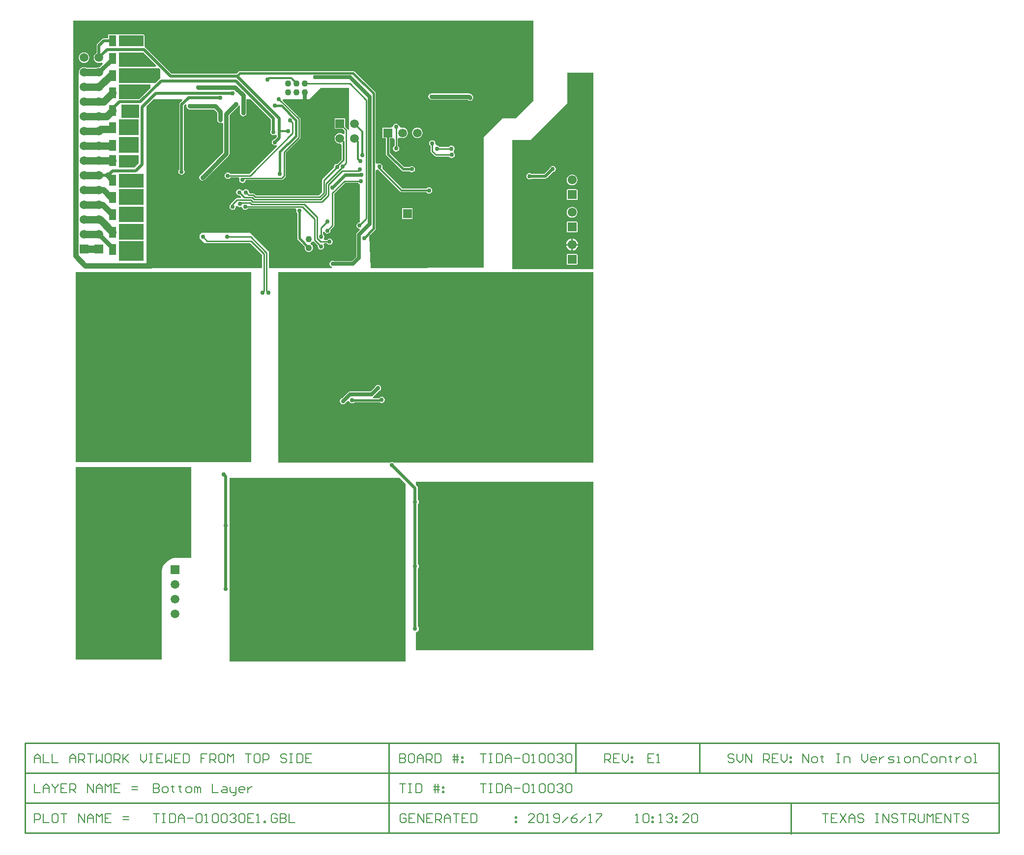
<source format=gbl>
G04 Layer_Physical_Order=2*
G04 Layer_Color=16711680*
%FSAX25Y25*%
%MOIN*%
G70*
G01*
G75*
%ADD29R,0.05118X0.07283*%
%ADD49C,0.01000*%
%ADD50C,0.02000*%
%ADD51C,0.04000*%
%ADD52C,0.02300*%
%ADD53C,0.01500*%
%ADD54C,0.03000*%
%ADD55C,0.01200*%
%ADD56C,0.01100*%
%ADD57C,0.02500*%
%ADD58C,0.03500*%
%ADD60C,0.05000*%
%ADD63C,0.00800*%
%ADD68C,0.05905*%
%ADD69R,0.05905X0.05905*%
%ADD70C,0.11000*%
%ADD71C,0.04331*%
G04:AMPARAMS|DCode=72|XSize=61.02mil|YSize=61.02mil|CornerRadius=1.83mil|HoleSize=0mil|Usage=FLASHONLY|Rotation=90.000|XOffset=0mil|YOffset=0mil|HoleType=Round|Shape=RoundedRectangle|*
%AMROUNDEDRECTD72*
21,1,0.06102,0.05736,0,0,90.0*
21,1,0.05736,0.06102,0,0,90.0*
1,1,0.00366,0.02868,0.02868*
1,1,0.00366,0.02868,-0.02868*
1,1,0.00366,-0.02868,-0.02868*
1,1,0.00366,-0.02868,0.02868*
%
%ADD72ROUNDEDRECTD72*%
%ADD73C,0.06102*%
%ADD74R,0.05905X0.05905*%
%ADD75C,0.03000*%
%ADD76C,0.01968*%
%ADD77R,0.16700X0.07400*%
G36*
X0120200Y0466434D02*
X0103700D01*
Y0477038D01*
X0120200D01*
Y0466434D01*
D02*
G37*
G36*
Y0454625D02*
X0103700D01*
Y0465200D01*
X0120200D01*
Y0454625D01*
D02*
G37*
G36*
Y0442817D02*
X0103700D01*
Y0453400D01*
X0120200D01*
Y0442817D01*
D02*
G37*
G36*
X0259700Y0545900D02*
Y0535200D01*
Y0517507D01*
X0258700Y0517408D01*
X0258636Y0517729D01*
X0258393Y0518093D01*
X0258393Y0518093D01*
X0256953Y0519533D01*
Y0525053D01*
X0249847D01*
Y0517947D01*
X0255367D01*
X0256479Y0516835D01*
Y0514876D01*
X0255479Y0514383D01*
X0255192Y0514603D01*
X0254327Y0514961D01*
X0253400Y0515083D01*
X0252473Y0514961D01*
X0251608Y0514603D01*
X0250866Y0514034D01*
X0250297Y0513292D01*
X0249939Y0512428D01*
X0249817Y0511500D01*
X0249939Y0510572D01*
X0250297Y0509708D01*
X0250866Y0508966D01*
X0251608Y0508397D01*
X0252473Y0508039D01*
X0253400Y0507917D01*
X0253677Y0507953D01*
X0254677Y0507173D01*
Y0497225D01*
X0251660Y0494209D01*
X0251500Y0494241D01*
X0250681Y0494078D01*
X0249986Y0493614D01*
X0249522Y0492919D01*
X0249359Y0492100D01*
X0249451Y0491637D01*
X0241707Y0483893D01*
X0241464Y0483529D01*
X0241378Y0483100D01*
X0241378Y0483100D01*
Y0475027D01*
X0239073Y0472722D01*
X0196527D01*
X0195456Y0473793D01*
X0195092Y0474036D01*
X0194663Y0474122D01*
X0194663Y0474122D01*
X0192749D01*
X0191941Y0474900D01*
X0191778Y0475719D01*
X0191314Y0476414D01*
X0190619Y0476878D01*
X0189800Y0477041D01*
X0188981Y0476878D01*
X0188286Y0476414D01*
X0188056Y0476069D01*
X0188041Y0476063D01*
X0186959D01*
X0186944Y0476069D01*
X0186714Y0476414D01*
X0186019Y0476878D01*
X0185200Y0477041D01*
X0184381Y0476878D01*
X0183686Y0476414D01*
X0183222Y0475719D01*
X0183059Y0474900D01*
X0183222Y0474081D01*
X0183686Y0473386D01*
X0184381Y0472922D01*
X0185200Y0472759D01*
X0185663Y0472851D01*
X0186669Y0471845D01*
X0186286Y0470922D01*
X0183600D01*
X0183600Y0470922D01*
X0183171Y0470836D01*
X0182807Y0470593D01*
X0179907Y0467693D01*
X0179664Y0467329D01*
X0179596Y0466988D01*
X0179186Y0466714D01*
X0178722Y0466019D01*
X0178559Y0465200D01*
X0178722Y0464381D01*
X0179186Y0463686D01*
X0179881Y0463222D01*
X0180700Y0463059D01*
X0181519Y0463222D01*
X0182214Y0463686D01*
X0182678Y0464381D01*
X0182841Y0465200D01*
X0182785Y0465484D01*
X0183727Y0465874D01*
X0183986Y0465486D01*
X0184681Y0465022D01*
X0185500Y0464859D01*
X0186319Y0465022D01*
X0187215Y0464417D01*
X0187222Y0464381D01*
X0187686Y0463686D01*
X0188381Y0463222D01*
X0189200Y0463059D01*
X0190019Y0463222D01*
X0190714Y0463686D01*
X0190976Y0464078D01*
X0223460D01*
X0224018Y0463126D01*
X0224014Y0463078D01*
X0223859Y0462300D01*
X0224022Y0461481D01*
X0224486Y0460786D01*
X0224623Y0460694D01*
Y0443647D01*
X0224728Y0443120D01*
X0225027Y0442674D01*
X0229713Y0437987D01*
X0229706Y0437969D01*
X0229611Y0437247D01*
X0229706Y0436525D01*
X0229984Y0435853D01*
X0230428Y0435275D01*
X0231005Y0434832D01*
X0231678Y0434553D01*
X0232400Y0434458D01*
X0233122Y0434553D01*
X0233795Y0434832D01*
X0234372Y0435275D01*
X0234816Y0435853D01*
X0235094Y0436525D01*
X0235189Y0437247D01*
X0235094Y0437969D01*
X0234816Y0438642D01*
X0234372Y0439220D01*
X0233795Y0439663D01*
Y0440737D01*
X0234372Y0441181D01*
X0234524Y0441378D01*
X0234845Y0441486D01*
X0235585Y0441505D01*
X0235768Y0441445D01*
X0238551Y0438663D01*
X0238459Y0438200D01*
X0238622Y0437381D01*
X0239086Y0436686D01*
X0239781Y0436222D01*
X0240600Y0436059D01*
X0241419Y0436222D01*
X0242114Y0436686D01*
X0242578Y0437381D01*
X0242741Y0438200D01*
X0242578Y0439019D01*
X0242405Y0439278D01*
X0242932Y0440278D01*
X0244624D01*
X0244886Y0439886D01*
X0245581Y0439422D01*
X0246400Y0439259D01*
X0247219Y0439422D01*
X0247914Y0439886D01*
X0248378Y0440581D01*
X0248541Y0441400D01*
X0248378Y0442219D01*
X0247914Y0442914D01*
X0247219Y0443378D01*
X0246400Y0443541D01*
X0245581Y0443378D01*
X0244886Y0442914D01*
X0244624Y0442522D01*
X0242983D01*
X0242538Y0443522D01*
X0242778Y0443881D01*
X0242941Y0444700D01*
X0242778Y0445519D01*
X0242314Y0446214D01*
X0241921Y0446476D01*
Y0447984D01*
X0242921Y0448082D01*
X0242922Y0448081D01*
X0243386Y0447386D01*
X0244081Y0446922D01*
X0244900Y0446759D01*
X0245719Y0446922D01*
X0246414Y0447386D01*
X0246878Y0448081D01*
X0247041Y0448900D01*
X0246949Y0449363D01*
X0249193Y0451607D01*
X0249193Y0451607D01*
X0249436Y0451971D01*
X0249522Y0452400D01*
X0249521Y0452400D01*
Y0473835D01*
X0256965Y0481278D01*
X0265824D01*
X0266086Y0480886D01*
X0266781Y0480422D01*
X0267100Y0480358D01*
Y0454787D01*
X0266800Y0454541D01*
X0265981Y0454378D01*
X0265286Y0453914D01*
X0264822Y0453219D01*
X0264659Y0452400D01*
X0264822Y0451581D01*
X0265286Y0450886D01*
X0265981Y0450422D01*
X0266509Y0450317D01*
X0266841Y0449406D01*
X0266846Y0449308D01*
X0265119Y0447581D01*
X0264710Y0446969D01*
X0264567Y0446247D01*
Y0431202D01*
X0261551Y0428186D01*
X0249632D01*
X0249419Y0428328D01*
X0248600Y0428491D01*
X0247781Y0428328D01*
X0247086Y0427864D01*
X0246622Y0427169D01*
X0246459Y0426350D01*
X0246622Y0425531D01*
X0247086Y0424836D01*
X0247781Y0424372D01*
X0248142Y0424300D01*
X0248043Y0423300D01*
X0205414D01*
Y0434510D01*
X0192624Y0447300D01*
X0159800D01*
X0158300Y0445800D01*
Y0443600D01*
X0161400Y0440500D01*
X0192600D01*
X0200600Y0432500D01*
Y0423300D01*
X0122200D01*
Y0533393D01*
X0127007Y0538200D01*
X0146386D01*
X0146769Y0537276D01*
X0144947Y0535454D01*
X0144593Y0534924D01*
X0144469Y0534300D01*
Y0490238D01*
X0144122Y0489719D01*
X0143959Y0488900D01*
X0144122Y0488081D01*
X0144586Y0487386D01*
X0145281Y0486922D01*
X0146100Y0486759D01*
X0146919Y0486922D01*
X0147614Y0487386D01*
X0148078Y0488081D01*
X0148241Y0488900D01*
X0148078Y0489719D01*
X0147731Y0490238D01*
Y0533624D01*
X0148807Y0534700D01*
X0149622Y0534119D01*
X0149459Y0533300D01*
X0149622Y0532481D01*
X0150086Y0531786D01*
X0150781Y0531322D01*
X0151600Y0531159D01*
X0168013D01*
X0170159Y0529013D01*
Y0524100D01*
X0170322Y0523281D01*
X0170786Y0522586D01*
X0171481Y0522122D01*
X0172300Y0521959D01*
X0173119Y0522122D01*
X0173259Y0522215D01*
X0174259Y0521680D01*
Y0501987D01*
X0158686Y0486414D01*
X0158222Y0485719D01*
X0158059Y0484900D01*
X0158222Y0484081D01*
X0158686Y0483386D01*
X0159381Y0482922D01*
X0160200Y0482759D01*
X0161019Y0482922D01*
X0161714Y0483386D01*
X0177914Y0499586D01*
X0178378Y0500281D01*
X0178541Y0501100D01*
Y0527313D01*
X0184414Y0533186D01*
X0184759Y0533702D01*
X0185618Y0533591D01*
X0185759Y0533536D01*
Y0528600D01*
X0185922Y0527781D01*
X0186386Y0527086D01*
X0187081Y0526622D01*
X0187900Y0526459D01*
X0188719Y0526622D01*
X0189414Y0527086D01*
X0189878Y0527781D01*
X0190041Y0528600D01*
Y0538200D01*
X0192893D01*
X0206769Y0524324D01*
Y0517138D01*
X0206422Y0516619D01*
X0206259Y0515800D01*
X0206422Y0514981D01*
X0206886Y0514286D01*
X0207581Y0513822D01*
X0208400Y0513659D01*
X0209219Y0513822D01*
X0209569Y0514055D01*
X0210569Y0513603D01*
Y0512376D01*
X0209193Y0511000D01*
X0208581Y0510878D01*
X0207886Y0510414D01*
X0207422Y0509719D01*
X0207259Y0508900D01*
X0207422Y0508081D01*
X0207886Y0507386D01*
X0208581Y0506922D01*
X0209400Y0506759D01*
X0210219Y0506922D01*
X0210226Y0506926D01*
X0210863Y0506149D01*
X0192035Y0487322D01*
X0179176D01*
X0178914Y0487714D01*
X0178219Y0488178D01*
X0177400Y0488341D01*
X0176581Y0488178D01*
X0175886Y0487714D01*
X0175422Y0487019D01*
X0175259Y0486200D01*
X0175422Y0485381D01*
X0175886Y0484686D01*
X0176581Y0484222D01*
X0177400Y0484059D01*
X0178219Y0484222D01*
X0178914Y0484686D01*
X0179176Y0485078D01*
X0184860D01*
X0185418Y0484126D01*
X0185414Y0484078D01*
X0185259Y0483300D01*
X0185422Y0482481D01*
X0185886Y0481786D01*
X0186581Y0481322D01*
X0187400Y0481159D01*
X0188219Y0481322D01*
X0188914Y0481786D01*
X0189378Y0482481D01*
X0189541Y0483300D01*
X0189565Y0483328D01*
X0214050D01*
X0214050Y0483328D01*
X0214479Y0483414D01*
X0214843Y0483657D01*
X0216393Y0485207D01*
X0216393Y0485207D01*
X0216636Y0485571D01*
X0216722Y0486000D01*
X0216722Y0486000D01*
Y0501768D01*
X0226393Y0511440D01*
X0226393Y0511440D01*
X0226636Y0511804D01*
X0226722Y0512233D01*
X0226722Y0512233D01*
Y0524600D01*
X0226636Y0525029D01*
X0226393Y0525393D01*
X0226393Y0525393D01*
X0214586Y0537200D01*
X0215000Y0538200D01*
X0232500D01*
X0240200Y0545900D01*
X0259700Y0545900D01*
D02*
G37*
G36*
X0120200Y0478242D02*
X0103700D01*
Y0487276D01*
X0115100D01*
X0115100Y0487276D01*
X0115220Y0487300D01*
X0120200D01*
Y0478242D01*
D02*
G37*
G36*
X0384484Y0591500D02*
X0384484Y0536784D01*
X0372719Y0525019D01*
X0363584Y0525019D01*
X0351100Y0512535D01*
Y0423606D01*
X0274200Y0423329D01*
X0273249Y0445302D01*
X0277273Y0449327D01*
X0277273Y0449327D01*
X0277572Y0449773D01*
X0277677Y0450300D01*
X0277677Y0450300D01*
Y0489794D01*
X0277692Y0489809D01*
X0279176Y0490458D01*
X0279381Y0490322D01*
X0279491Y0490300D01*
X0279535Y0490235D01*
X0294435Y0475335D01*
X0294832Y0475070D01*
X0295300Y0474976D01*
X0312192D01*
X0312386Y0474686D01*
X0313081Y0474222D01*
X0313900Y0474059D01*
X0314719Y0474222D01*
X0315414Y0474686D01*
X0315878Y0475381D01*
X0316041Y0476200D01*
X0315878Y0477019D01*
X0315414Y0477714D01*
X0314719Y0478178D01*
X0313900Y0478341D01*
X0313081Y0478178D01*
X0312386Y0477714D01*
X0312192Y0477423D01*
X0295807D01*
X0282007Y0491224D01*
X0282178Y0491481D01*
X0282341Y0492300D01*
X0282178Y0493119D01*
X0281714Y0493814D01*
X0281019Y0494278D01*
X0280200Y0494441D01*
X0279381Y0494278D01*
X0279176Y0494142D01*
X0277692Y0494791D01*
X0277677Y0494806D01*
Y0542000D01*
X0277677Y0542000D01*
X0277572Y0542527D01*
X0277273Y0542973D01*
X0263423Y0556823D01*
X0262977Y0557122D01*
X0262450Y0557227D01*
X0185606D01*
X0185079Y0557122D01*
X0184633Y0556823D01*
X0183213Y0555403D01*
X0139304D01*
X0121754Y0572954D01*
X0121224Y0573307D01*
X0120849Y0574000D01*
Y0581400D01*
X0120659Y0581859D01*
X0120200Y0582049D01*
X0103500D01*
X0102541Y0581942D01*
X0102541Y0581942D01*
X0096223D01*
Y0579331D01*
X0093270D01*
X0092646Y0579207D01*
X0092116Y0578853D01*
X0088946Y0575683D01*
X0088593Y0575154D01*
X0088469Y0574530D01*
Y0569470D01*
X0088308Y0569403D01*
X0087566Y0568834D01*
X0086997Y0568092D01*
X0086639Y0567228D01*
X0086517Y0566300D01*
X0086639Y0565373D01*
X0086997Y0564508D01*
X0087566Y0563766D01*
X0088308Y0563197D01*
X0089173Y0562839D01*
X0090100Y0562717D01*
X0091027Y0562839D01*
X0091892Y0563197D01*
X0092769Y0561997D01*
X0090591Y0559819D01*
X0090100Y0559883D01*
X0089173Y0559761D01*
X0088365Y0559427D01*
X0081735D01*
X0080927Y0559761D01*
X0080000Y0559883D01*
X0079073Y0559761D01*
X0078208Y0559403D01*
X0077466Y0558834D01*
X0076897Y0558092D01*
X0076539Y0557228D01*
X0076417Y0556300D01*
X0076493Y0555724D01*
X0075902Y0554752D01*
X0075382Y0554245D01*
X0072600Y0554300D01*
X0072600Y0591500D01*
X0384484Y0591500D01*
D02*
G37*
G36*
X0120200Y0428300D02*
X0103700D01*
Y0441613D01*
X0120200D01*
Y0428300D01*
D02*
G37*
G36*
X0425300Y0164000D02*
X0305100D01*
Y0176071D01*
X0305552Y0176258D01*
X0306112Y0176688D01*
X0306542Y0177248D01*
X0306812Y0177900D01*
X0306904Y0178600D01*
X0306812Y0179300D01*
X0306542Y0179952D01*
X0306424Y0180106D01*
Y0219494D01*
X0306542Y0219648D01*
X0306812Y0220300D01*
X0306904Y0221000D01*
X0306812Y0221700D01*
X0306542Y0222352D01*
X0306424Y0222506D01*
Y0263194D01*
X0306542Y0263348D01*
X0306812Y0264000D01*
X0306904Y0264700D01*
X0306812Y0265400D01*
X0306542Y0266052D01*
X0306424Y0266206D01*
Y0274200D01*
X0306424Y0274200D01*
X0306255Y0275051D01*
X0305772Y0275773D01*
X0305100Y0276445D01*
Y0278300D01*
X0425300D01*
Y0164000D01*
D02*
G37*
G36*
X0152500Y0226700D02*
X0142600D01*
X0141620Y0226652D01*
X0139697Y0226269D01*
X0137886Y0225519D01*
X0136256Y0224430D01*
X0134870Y0223044D01*
X0133781Y0221414D01*
X0133031Y0219603D01*
X0132648Y0217680D01*
X0132600Y0216700D01*
Y0157900D01*
X0074400D01*
Y0288300D01*
X0152500D01*
Y0226700D01*
D02*
G37*
G36*
X0298126Y0277129D02*
Y0156300D01*
X0178526D01*
Y0204792D01*
X0178612Y0205000D01*
X0178704Y0205700D01*
X0178612Y0206400D01*
X0178526Y0206608D01*
Y0247892D01*
X0178612Y0248100D01*
X0178704Y0248800D01*
X0178612Y0249500D01*
X0178526Y0249708D01*
Y0281200D01*
X0294055D01*
X0298126Y0277129D01*
D02*
G37*
G36*
X0425400Y0556100D02*
X0425400Y0422800D01*
X0370300Y0422800D01*
Y0510500D01*
X0382600Y0510500D01*
X0396500Y0524400D01*
X0407600Y0535500D01*
X0407600Y0556100D01*
X0425400Y0556100D01*
D02*
G37*
G36*
X0193400Y0291600D02*
X0074400D01*
Y0420700D01*
X0193400D01*
Y0291600D01*
D02*
G37*
G36*
X0425300Y0420700D02*
X0425300Y0291500D01*
X0289786Y0291500D01*
X0289519Y0291678D01*
X0288700Y0291841D01*
X0287881Y0291678D01*
X0287614Y0291500D01*
X0211500Y0291500D01*
X0211500Y0420700D01*
X0425300Y0420700D01*
D02*
G37*
G36*
X0117100Y0501859D02*
X0103700D01*
Y0512463D01*
X0117100D01*
Y0501859D01*
D02*
G37*
G36*
X0125100Y0548100D02*
Y0545707D01*
X0117424Y0538031D01*
X0104000D01*
X0103500Y0538442D01*
X0103500Y0548100D01*
X0125100Y0548100D01*
D02*
G37*
G36*
X0117200Y0525475D02*
X0105300D01*
Y0534275D01*
X0117200D01*
Y0525475D01*
D02*
G37*
G36*
X0104839Y0524363D02*
X0105300Y0524271D01*
X0117100D01*
Y0513667D01*
X0103700D01*
Y0524400D01*
X0104783D01*
X0104839Y0524363D01*
D02*
G37*
G36*
X0117100Y0494645D02*
X0114179Y0491724D01*
X0103700D01*
Y0500150D01*
X0117100D01*
Y0494645D01*
D02*
G37*
G36*
X0128969Y0561124D02*
X0128586Y0560200D01*
X0103500Y0560200D01*
X0103500Y0569700D01*
X0120393Y0569700D01*
X0128969Y0561124D01*
D02*
G37*
G36*
X0131600Y0558493D02*
X0131600Y0552012D01*
X0131576Y0552007D01*
X0131046Y0551653D01*
X0128485Y0549092D01*
X0103500Y0549092D01*
X0103500Y0559200D01*
X0130893Y0559200D01*
X0131600Y0558493D01*
D02*
G37*
%LPC*%
G36*
X0080000Y0569883D02*
X0079073Y0569761D01*
X0078208Y0569403D01*
X0077466Y0568834D01*
X0076897Y0568092D01*
X0076539Y0567228D01*
X0076417Y0566300D01*
X0076539Y0565373D01*
X0076897Y0564508D01*
X0077466Y0563766D01*
X0078208Y0563197D01*
X0079073Y0562839D01*
X0080000Y0562717D01*
X0080927Y0562839D01*
X0081792Y0563197D01*
X0082534Y0563766D01*
X0083103Y0564508D01*
X0083461Y0565373D01*
X0083583Y0566300D01*
X0083461Y0567228D01*
X0083103Y0568092D01*
X0082534Y0568834D01*
X0081792Y0569403D01*
X0080927Y0569761D01*
X0080000Y0569883D01*
D02*
G37*
G36*
X0341000Y0542041D02*
X0315600D01*
X0314781Y0541878D01*
X0314086Y0541414D01*
X0313622Y0540719D01*
X0313459Y0539900D01*
X0313622Y0539081D01*
X0314086Y0538386D01*
X0314781Y0537922D01*
X0315600Y0537759D01*
X0340113D01*
X0340186Y0537686D01*
X0340881Y0537222D01*
X0341700Y0537059D01*
X0342519Y0537222D01*
X0343214Y0537686D01*
X0343678Y0538381D01*
X0343841Y0539200D01*
X0343678Y0540019D01*
X0343214Y0540714D01*
X0342514Y0541414D01*
X0341819Y0541878D01*
X0341000Y0542041D01*
D02*
G37*
G36*
X0316000Y0510241D02*
X0315181Y0510078D01*
X0314486Y0509614D01*
X0314022Y0508919D01*
X0313859Y0508100D01*
X0314022Y0507281D01*
X0314486Y0506586D01*
X0314879Y0506324D01*
Y0502800D01*
X0314878Y0502800D01*
X0314964Y0502371D01*
X0315207Y0502007D01*
X0317707Y0499507D01*
X0317707Y0499507D01*
X0318071Y0499264D01*
X0318500Y0499178D01*
X0327424D01*
X0327686Y0498786D01*
X0328381Y0498322D01*
X0329200Y0498159D01*
X0330019Y0498322D01*
X0330714Y0498786D01*
X0331178Y0499481D01*
X0331341Y0500300D01*
X0331178Y0501119D01*
X0330714Y0501814D01*
X0330614Y0502986D01*
X0331078Y0503681D01*
X0331241Y0504500D01*
X0331078Y0505319D01*
X0330614Y0506014D01*
X0329919Y0506478D01*
X0329100Y0506641D01*
X0328281Y0506478D01*
X0327586Y0506014D01*
X0327358Y0505673D01*
X0320942D01*
X0320714Y0506014D01*
X0320019Y0506478D01*
X0319262Y0506629D01*
X0319173Y0506674D01*
X0318112Y0507954D01*
X0318141Y0508100D01*
X0317978Y0508919D01*
X0317514Y0509614D01*
X0316819Y0510078D01*
X0316000Y0510241D01*
D02*
G37*
G36*
X0302753Y0463953D02*
X0295647D01*
Y0456847D01*
X0302753D01*
Y0463953D01*
D02*
G37*
G36*
X0306000Y0518783D02*
X0305073Y0518661D01*
X0304208Y0518303D01*
X0303466Y0517734D01*
X0302897Y0516992D01*
X0302539Y0516127D01*
X0302417Y0515200D01*
X0302539Y0514272D01*
X0302897Y0513408D01*
X0303466Y0512666D01*
X0304208Y0512097D01*
X0305073Y0511739D01*
X0306000Y0511617D01*
X0306927Y0511739D01*
X0307792Y0512097D01*
X0308534Y0512666D01*
X0309103Y0513408D01*
X0309461Y0514272D01*
X0309583Y0515200D01*
X0309461Y0516127D01*
X0309103Y0516992D01*
X0308534Y0517734D01*
X0307792Y0518303D01*
X0306927Y0518661D01*
X0306000Y0518783D01*
D02*
G37*
G36*
X0291600Y0521441D02*
X0290781Y0521278D01*
X0290086Y0520814D01*
X0289677Y0520201D01*
X0289622Y0520119D01*
X0289622Y0520119D01*
X0289459Y0519300D01*
X0288038Y0518753D01*
X0282447D01*
Y0511647D01*
X0284624D01*
Y0500900D01*
X0284728Y0500373D01*
X0285027Y0499927D01*
X0295327Y0489627D01*
X0295773Y0489328D01*
X0296300Y0489223D01*
X0300594D01*
X0300686Y0489086D01*
X0301381Y0488622D01*
X0302200Y0488459D01*
X0303019Y0488622D01*
X0303714Y0489086D01*
X0304178Y0489781D01*
X0304341Y0490600D01*
X0304178Y0491419D01*
X0303714Y0492114D01*
X0303019Y0492578D01*
X0302200Y0492741D01*
X0301381Y0492578D01*
X0300686Y0492114D01*
X0300594Y0491976D01*
X0296870D01*
X0287376Y0501470D01*
Y0511647D01*
X0289553Y0511647D01*
X0290478Y0510531D01*
Y0506376D01*
X0290086Y0506114D01*
X0289622Y0505419D01*
X0289459Y0504600D01*
X0289622Y0503781D01*
X0290086Y0503086D01*
X0290781Y0502622D01*
X0291600Y0502459D01*
X0292419Y0502622D01*
X0293114Y0503086D01*
X0293578Y0503781D01*
X0293741Y0504600D01*
X0293578Y0505419D01*
X0293114Y0506114D01*
X0292722Y0506376D01*
Y0511347D01*
X0294208Y0512097D01*
X0295073Y0511739D01*
X0296000Y0511617D01*
X0296927Y0511739D01*
X0297792Y0512097D01*
X0298534Y0512666D01*
X0299103Y0513408D01*
X0299461Y0514272D01*
X0299583Y0515200D01*
X0299461Y0516127D01*
X0299103Y0516992D01*
X0298534Y0517734D01*
X0297792Y0518303D01*
X0296927Y0518661D01*
X0296000Y0518783D01*
X0295073Y0518661D01*
X0294875Y0518756D01*
X0293661Y0519700D01*
X0293578Y0520119D01*
X0293114Y0520814D01*
X0292419Y0521278D01*
X0291600Y0521441D01*
D02*
G37*
G36*
X0414920Y0438900D02*
X0411400D01*
Y0435380D01*
X0411958Y0435453D01*
X0412943Y0435861D01*
X0413789Y0436511D01*
X0414439Y0437357D01*
X0414847Y0438342D01*
X0414920Y0438900D01*
D02*
G37*
G36*
X0410400D02*
X0406880D01*
X0406953Y0438342D01*
X0407361Y0437357D01*
X0408011Y0436511D01*
X0408857Y0435861D01*
X0409842Y0435453D01*
X0410400Y0435380D01*
Y0438900D01*
D02*
G37*
G36*
X0413768Y0433067D02*
X0408032D01*
X0407726Y0433006D01*
X0407467Y0432833D01*
X0407294Y0432574D01*
X0407233Y0432268D01*
Y0426532D01*
X0407294Y0426226D01*
X0407467Y0425967D01*
X0407726Y0425794D01*
X0408032Y0425734D01*
X0413768D01*
X0414074Y0425794D01*
X0414333Y0425967D01*
X0414506Y0426226D01*
X0414567Y0426532D01*
Y0432268D01*
X0414506Y0432574D01*
X0414333Y0432833D01*
X0414074Y0433006D01*
X0413768Y0433067D01*
D02*
G37*
G36*
Y0476966D02*
X0408032D01*
X0407726Y0476906D01*
X0407467Y0476733D01*
X0407294Y0476474D01*
X0407233Y0476168D01*
Y0470432D01*
X0407294Y0470126D01*
X0407467Y0469867D01*
X0407726Y0469694D01*
X0408032Y0469633D01*
X0413768D01*
X0414074Y0469694D01*
X0414333Y0469867D01*
X0414506Y0470126D01*
X0414567Y0470432D01*
Y0476168D01*
X0414506Y0476474D01*
X0414333Y0476733D01*
X0414074Y0476906D01*
X0413768Y0476966D01*
D02*
G37*
G36*
X0410900Y0465033D02*
X0409947Y0464907D01*
X0409059Y0464539D01*
X0408296Y0463954D01*
X0407711Y0463191D01*
X0407343Y0462303D01*
X0407217Y0461350D01*
X0407343Y0460397D01*
X0407711Y0459509D01*
X0408296Y0458746D01*
X0409059Y0458161D01*
X0409947Y0457793D01*
X0410900Y0457667D01*
X0411853Y0457793D01*
X0412741Y0458161D01*
X0413504Y0458746D01*
X0414089Y0459509D01*
X0414457Y0460397D01*
X0414583Y0461350D01*
X0414457Y0462303D01*
X0414089Y0463191D01*
X0413504Y0463954D01*
X0412741Y0464539D01*
X0411853Y0464907D01*
X0410900Y0465033D01*
D02*
G37*
G36*
X0397700Y0492841D02*
X0396881Y0492678D01*
X0396186Y0492214D01*
X0395722Y0491519D01*
X0395600Y0490907D01*
X0392124Y0487431D01*
X0383338D01*
X0382819Y0487778D01*
X0382000Y0487941D01*
X0381181Y0487778D01*
X0380486Y0487314D01*
X0380022Y0486619D01*
X0379859Y0485800D01*
X0380022Y0484981D01*
X0380486Y0484286D01*
X0381181Y0483822D01*
X0382000Y0483659D01*
X0382819Y0483822D01*
X0383338Y0484169D01*
X0392800D01*
X0393424Y0484293D01*
X0393953Y0484647D01*
X0397907Y0488600D01*
X0398519Y0488722D01*
X0399214Y0489186D01*
X0399678Y0489881D01*
X0399841Y0490700D01*
X0399678Y0491519D01*
X0399214Y0492214D01*
X0398519Y0492678D01*
X0397700Y0492841D01*
D02*
G37*
G36*
X0410900Y0486983D02*
X0409947Y0486857D01*
X0409059Y0486489D01*
X0408296Y0485904D01*
X0407711Y0485141D01*
X0407343Y0484253D01*
X0407217Y0483300D01*
X0407343Y0482347D01*
X0407711Y0481459D01*
X0408296Y0480696D01*
X0409059Y0480111D01*
X0409947Y0479743D01*
X0410900Y0479617D01*
X0411853Y0479743D01*
X0412741Y0480111D01*
X0413504Y0480696D01*
X0414089Y0481459D01*
X0414457Y0482347D01*
X0414583Y0483300D01*
X0414457Y0484253D01*
X0414089Y0485141D01*
X0413504Y0485904D01*
X0412741Y0486489D01*
X0411853Y0486857D01*
X0410900Y0486983D01*
D02*
G37*
G36*
X0411400Y0443420D02*
Y0439900D01*
X0414920D01*
X0414847Y0440458D01*
X0414439Y0441443D01*
X0413789Y0442289D01*
X0412943Y0442939D01*
X0411958Y0443347D01*
X0411400Y0443420D01*
D02*
G37*
G36*
X0410400D02*
X0409842Y0443347D01*
X0408857Y0442939D01*
X0408011Y0442289D01*
X0407361Y0441443D01*
X0406953Y0440458D01*
X0406880Y0439900D01*
X0410400D01*
Y0443420D01*
D02*
G37*
G36*
X0413768Y0455017D02*
X0408032D01*
X0407726Y0454956D01*
X0407467Y0454783D01*
X0407294Y0454524D01*
X0407233Y0454218D01*
Y0448482D01*
X0407294Y0448176D01*
X0407467Y0447917D01*
X0407726Y0447744D01*
X0408032Y0447683D01*
X0413768D01*
X0414074Y0447744D01*
X0414333Y0447917D01*
X0414506Y0448176D01*
X0414567Y0448482D01*
Y0454218D01*
X0414506Y0454524D01*
X0414333Y0454783D01*
X0414074Y0454956D01*
X0413768Y0455017D01*
D02*
G37*
G36*
X0279300Y0344141D02*
X0278481Y0343978D01*
X0277786Y0343514D01*
X0277322Y0342819D01*
X0277290Y0342657D01*
X0274319Y0339686D01*
X0260200D01*
X0259478Y0339543D01*
X0258866Y0339134D01*
X0254943Y0335210D01*
X0254781Y0335178D01*
X0254086Y0334714D01*
X0253622Y0334019D01*
X0253459Y0333200D01*
X0253622Y0332381D01*
X0254086Y0331686D01*
X0254781Y0331222D01*
X0255600Y0331059D01*
X0256419Y0331222D01*
X0257114Y0331686D01*
X0257578Y0332381D01*
X0257610Y0332543D01*
X0258594Y0333526D01*
X0259679Y0333197D01*
X0259722Y0332981D01*
X0260186Y0332286D01*
X0260881Y0331822D01*
X0261700Y0331659D01*
X0262519Y0331822D01*
X0263214Y0332286D01*
X0263306Y0332423D01*
X0280279D01*
X0280881Y0332022D01*
X0281700Y0331859D01*
X0282519Y0332022D01*
X0283214Y0332486D01*
X0283678Y0333181D01*
X0283841Y0334000D01*
X0283678Y0334819D01*
X0283214Y0335514D01*
X0282519Y0335978D01*
X0281700Y0336141D01*
X0280881Y0335978D01*
X0280186Y0335514D01*
X0279960Y0335176D01*
X0276166D01*
X0276111Y0335319D01*
X0276000Y0336176D01*
X0276434Y0336466D01*
X0279957Y0339990D01*
X0280119Y0340022D01*
X0280814Y0340486D01*
X0281278Y0341181D01*
X0281441Y0342000D01*
X0281278Y0342819D01*
X0280814Y0343514D01*
X0280119Y0343978D01*
X0279300Y0344141D01*
D02*
G37*
%LPD*%
G54D29*
X0099382Y0577700D02*
D03*
X0110800D02*
D03*
X0099382Y0565892D02*
D03*
X0110800D02*
D03*
X0099382Y0554083D02*
D03*
X0110800D02*
D03*
X0099382Y0542275D02*
D03*
X0110800D02*
D03*
X0099382Y0530467D02*
D03*
X0110800D02*
D03*
X0099382Y0518658D02*
D03*
X0110800D02*
D03*
X0099382Y0506850D02*
D03*
X0110800D02*
D03*
X0099382Y0496342D02*
D03*
X0110800D02*
D03*
X0099382Y0483233D02*
D03*
X0110800D02*
D03*
X0099382Y0471425D02*
D03*
X0110800D02*
D03*
X0099382Y0459617D02*
D03*
X0110800D02*
D03*
X0099382Y0447808D02*
D03*
X0110800D02*
D03*
X0099382Y0436000D02*
D03*
X0110800D02*
D03*
G54D49*
X0180700Y0465200D02*
Y0466900D01*
X0214050Y0484450D02*
X0215600Y0486000D01*
X0188550Y0484450D02*
X0214050D01*
X0187400Y0483300D02*
X0188550Y0484450D01*
X0219800Y0523700D02*
X0221350Y0522150D01*
X0203700Y0408100D02*
Y0433800D01*
X0193337Y0441900D02*
X0202100Y0433137D01*
X0225600Y0512233D02*
Y0524600D01*
X0212000Y0538200D02*
X0225600Y0524600D01*
X0318500Y0500300D02*
X0329200D01*
X0163200Y0441900D02*
X0193337D01*
X0192900Y0444600D02*
X0203700Y0433800D01*
X0177000Y0444600D02*
X0192900D01*
X0160500D02*
X0163200Y0441900D01*
X0203700Y0408100D02*
X0205100Y0406700D01*
X0202100Y0408000D02*
Y0433137D01*
X0200900Y0406800D02*
X0202100Y0408000D01*
X0215600Y0486000D02*
Y0502233D01*
X0225600Y0512233D01*
X0316000Y0502800D02*
Y0508100D01*
Y0502800D02*
X0318500Y0500300D01*
X0291600Y0505800D02*
Y0519300D01*
X0266800Y0452400D02*
X0271350Y0456950D01*
X0255100Y0489400D02*
X0266200D01*
X0267100Y0490300D01*
X0245700Y0480000D02*
X0255100Y0489400D01*
X0244100Y0473900D02*
Y0480663D01*
X0255400Y0491963D01*
Y0492400D01*
X0242500Y0483100D02*
X0251500Y0492100D01*
X0255400Y0492400D02*
X0257600Y0494600D01*
X0253400Y0521500D02*
X0257600Y0517300D01*
Y0494600D02*
Y0517300D01*
X0240800Y0450800D02*
X0245100Y0455100D01*
X0244900Y0448900D02*
X0248400Y0452400D01*
X0240800Y0443800D02*
Y0444700D01*
Y0450800D01*
X0240200Y0441400D02*
X0246400D01*
X0237900Y0443700D02*
X0240200Y0441400D01*
X0236300Y0442500D02*
X0240600Y0438200D01*
X0177400Y0485800D02*
Y0486200D01*
X0260247Y0548653D02*
X0271350Y0537550D01*
Y0456950D02*
Y0537550D01*
X0229700Y0548653D02*
X0260247D01*
X0177400Y0486200D02*
X0192500D01*
X0221350Y0515050D01*
Y0522150D01*
X0236300Y0442500D02*
Y0456900D01*
X0228000Y0465200D02*
X0236300Y0456900D01*
X0237900Y0443700D02*
Y0458100D01*
X0245700Y0472800D02*
Y0480000D01*
X0242500Y0474563D02*
Y0483100D01*
X0239537Y0471600D02*
X0242500Y0474563D01*
X0185500Y0467000D02*
X0186300Y0467800D01*
X0241300Y0468400D02*
X0245700Y0472800D01*
X0180700Y0466900D02*
X0183600Y0469800D01*
X0229200Y0466800D02*
X0237900Y0458100D01*
X0186300Y0467800D02*
X0192600D01*
X0183600Y0469800D02*
X0192863D01*
X0240200Y0470000D02*
X0244100Y0473900D01*
X0185200Y0474900D02*
X0188700Y0471400D01*
X0194000D01*
X0191700Y0473000D02*
X0194663D01*
X0189800Y0474900D02*
X0191700Y0473000D01*
X0256500Y0482400D02*
X0267600D01*
X0248400Y0452400D02*
Y0474300D01*
X0256500Y0482400D01*
X0192600Y0467800D02*
X0193600Y0466800D01*
X0192863Y0469800D02*
X0194263Y0468400D01*
X0194663Y0473000D02*
X0196063Y0471600D01*
X0239537D01*
X0194000Y0471400D02*
X0195400Y0470000D01*
X0240200D01*
X0194263Y0468400D02*
X0241300D01*
X0193600Y0466800D02*
X0229200D01*
X0189200Y0465200D02*
X0228000D01*
X0559400Y0039400D02*
Y0059683D01*
X0440500Y0040050D02*
X0700200D01*
Y0101050D01*
X0286500Y0040050D02*
Y0101050D01*
X0040000Y0040050D02*
Y0101050D01*
X0040050Y0040050D02*
X0197600D01*
X0040050D02*
Y0101050D01*
Y0101050D02*
X0700200D01*
X0040000Y0040050D02*
X0440500D01*
X0040000Y0060383D02*
X0700000D01*
X0040000Y0080717D02*
X0700200D01*
X0413200D02*
Y0101050D01*
X0497200Y0080717D02*
Y0101050D01*
G54D50*
X0288700Y0289700D02*
X0304200Y0274200D01*
Y0264700D02*
Y0274200D01*
X0176000Y0205700D02*
Y0248800D01*
X0304200Y0178600D02*
Y0221000D01*
Y0264700D01*
X0392800Y0485800D02*
X0397700Y0490700D01*
X0382000Y0485800D02*
X0392800D01*
X0118100Y0536400D02*
X0132200Y0550500D01*
X0128700Y0542200D02*
X0180600D01*
X0146100Y0534300D02*
X0150600Y0538800D01*
X0146100Y0488900D02*
Y0534300D01*
X0119400Y0532900D02*
X0128700Y0542200D01*
X0119400Y0493800D02*
Y0532900D01*
X0115100Y0489500D02*
X0119400Y0493800D01*
X0090100Y0486300D02*
X0096200D01*
X0099400Y0489500D01*
X0115100D01*
X0132200Y0550500D02*
X0182900D01*
X0208400Y0525000D01*
Y0515800D02*
Y0525000D01*
X0174800Y0283400D02*
X0176000Y0282200D01*
Y0248800D02*
Y0282200D01*
X0090100Y0566300D02*
X0095600Y0571800D01*
X0090100Y0566300D02*
Y0574530D01*
X0093270Y0577700D01*
X0099382D01*
X0212200Y0511700D02*
Y0525100D01*
X0209400Y0508900D02*
X0212200Y0511700D01*
X0150600Y0538800D02*
X0150800Y0539000D01*
X0172300D01*
X0099382Y0530467D02*
Y0531782D01*
X0104000Y0536400D01*
X0118100D01*
X0183528Y0553772D02*
X0212200Y0525100D01*
X0095600Y0571800D02*
X0120600D01*
X0138628Y0553772D01*
X0183528D01*
G54D51*
X0090100Y0476300D02*
X0093200D01*
X0098075Y0471425D01*
X0090100Y0466300D02*
X0092699D01*
X0099382Y0459617D01*
X0096315Y0486300D02*
X0099382Y0483233D01*
X0096200Y0486300D02*
X0096315D01*
G54D52*
X0248400Y0478100D02*
X0256900Y0486600D01*
X0268100D01*
G54D53*
X0281500Y0333800D02*
X0281700Y0334000D01*
X0261700Y0333800D02*
X0281500D01*
X0226000Y0443647D02*
X0232400Y0437247D01*
X0179075Y0542200D02*
X0180600D01*
X0098729Y0472079D02*
X0099382Y0471425D01*
X0099228Y0565737D02*
X0099382Y0565892D01*
X0098633Y0553334D02*
X0099382Y0554083D01*
X0098324Y0518658D02*
X0099382D01*
X0090063Y0506278D02*
X0098810D01*
X0098124Y0496300D02*
X0099382Y0495042D01*
X0209400Y0533700D02*
X0213884D01*
X0223750Y0523834D01*
Y0513200D02*
Y0523834D01*
X0212800Y0502250D02*
X0223750Y0513200D01*
X0212800Y0487500D02*
Y0502250D01*
X0269900Y0443900D02*
X0276300Y0450300D01*
Y0542000D01*
X0262450Y0555850D02*
X0276300Y0542000D01*
X0185606Y0555850D02*
X0262450D01*
X0183528Y0553772D02*
X0185606Y0555850D01*
X0226000Y0443647D02*
Y0462300D01*
X0286000Y0500900D02*
Y0515200D01*
Y0500900D02*
X0296300Y0490600D01*
X0302200D01*
G54D54*
X0090100Y0446300D02*
X0099382Y0437018D01*
Y0436000D02*
Y0437018D01*
Y0565582D02*
Y0565892D01*
X0090100Y0556300D02*
X0099382Y0565582D01*
X0151600Y0533300D02*
X0168900D01*
X0172300Y0529900D01*
Y0524100D02*
Y0529900D01*
X0157400Y0546100D02*
X0182423D01*
X0187900Y0540623D01*
Y0528600D02*
Y0540623D01*
X0160200Y0484900D02*
X0176400Y0501100D01*
Y0528200D01*
X0182900Y0534700D01*
X0315600Y0539900D02*
X0341000D01*
X0341700Y0539200D01*
G54D55*
X0263200Y0523600D02*
X0264350Y0522450D01*
X0263400Y0521500D02*
X0268700Y0516200D01*
Y0500200D02*
Y0516200D01*
X0265800Y0497559D02*
Y0509100D01*
X0263400Y0511500D02*
X0265800Y0509100D01*
Y0497559D02*
X0267200Y0496159D01*
X0280400Y0491100D02*
X0295300Y0476200D01*
X0313900D01*
X0212221Y0516379D02*
X0218400D01*
X0253400Y0511500D02*
X0255900Y0509000D01*
Y0496718D02*
Y0509000D01*
X0251500Y0492318D02*
X0255900Y0496718D01*
X0251500Y0492100D02*
Y0492318D01*
X0224000Y0548653D02*
Y0548836D01*
X0204400Y0551400D02*
X0205300Y0552300D01*
X0220536D01*
X0224000Y0548836D01*
G54D56*
X0319200Y0504500D02*
X0329100D01*
G54D57*
X0260200Y0337800D02*
X0275100D01*
X0255600Y0333200D02*
X0260200Y0337800D01*
X0275100D02*
X0279300Y0342000D01*
X0266453Y0446247D02*
X0273700Y0453494D01*
X0248600Y0426300D02*
Y0426350D01*
X0262333Y0426300D02*
X0266453Y0430420D01*
Y0446247D01*
X0248600Y0426300D02*
X0262333D01*
X0229700Y0536900D02*
Y0542747D01*
X0273700Y0453494D02*
Y0539700D01*
X0236500Y0553000D02*
X0260400D01*
X0273700Y0539700D01*
G54D58*
X0074300Y0431600D02*
Y0558900D01*
X0080800Y0425100D02*
X0125200D01*
X0074300Y0431600D02*
X0080800Y0425100D01*
G54D60*
X0080000Y0556300D02*
X0090100D01*
X0080000Y0536300D02*
X0090100D01*
X0080000Y0526300D02*
X0090100D01*
Y0546300D02*
X0097883Y0554083D01*
X0080000Y0546300D02*
X0090100D01*
Y0536300D02*
X0093407D01*
X0099382Y0542275D01*
X0090100Y0526300D02*
X0095216D01*
X0099382Y0530467D01*
X0090100Y0516300D02*
X0091400Y0517600D01*
X0098324D01*
X0080000Y0516300D02*
X0090100D01*
Y0506300D02*
X0098832D01*
X0080000D02*
X0090100D01*
X0080000Y0496300D02*
X0090100D01*
X0098124D01*
X0099341D01*
X0080000Y0486300D02*
X0090100D01*
X0080000Y0476300D02*
X0090100D01*
X0080000Y0466300D02*
X0090100D01*
X0080000Y0456300D02*
X0090100D01*
X0090891D01*
X0099382Y0447808D01*
X0080000Y0446300D02*
X0090100D01*
X0080000Y0436300D02*
X0090100D01*
G54D63*
X0126900Y0073549D02*
Y0067551D01*
X0129899D01*
X0130899Y0068550D01*
Y0069550D01*
X0129899Y0070550D01*
X0126900D01*
X0129899D01*
X0130899Y0071549D01*
Y0072549D01*
X0129899Y0073549D01*
X0126900D01*
X0133898Y0067551D02*
X0135897D01*
X0136897Y0068550D01*
Y0070550D01*
X0135897Y0071549D01*
X0133898D01*
X0132898Y0070550D01*
Y0068550D01*
X0133898Y0067551D01*
X0139896Y0072549D02*
Y0071549D01*
X0138896D01*
X0140895D01*
X0139896D01*
Y0068550D01*
X0140895Y0067551D01*
X0144894Y0072549D02*
Y0071549D01*
X0143895D01*
X0145894D01*
X0144894D01*
Y0068550D01*
X0145894Y0067551D01*
X0149893D02*
X0151892D01*
X0152892Y0068550D01*
Y0070550D01*
X0151892Y0071549D01*
X0149893D01*
X0148893Y0070550D01*
Y0068550D01*
X0149893Y0067551D01*
X0154891D02*
Y0071549D01*
X0155891D01*
X0156890Y0070550D01*
Y0067551D01*
Y0070550D01*
X0157890Y0071549D01*
X0158890Y0070550D01*
Y0067551D01*
X0166887Y0073549D02*
Y0067551D01*
X0170886D01*
X0173885Y0071549D02*
X0175884D01*
X0176884Y0070550D01*
Y0067551D01*
X0173885D01*
X0172885Y0068550D01*
X0173885Y0069550D01*
X0176884D01*
X0178883Y0071549D02*
Y0068550D01*
X0179883Y0067551D01*
X0182882D01*
Y0066551D01*
X0181882Y0065551D01*
X0180883D01*
X0182882Y0067551D02*
Y0071549D01*
X0187880Y0067551D02*
X0185881D01*
X0184881Y0068550D01*
Y0070550D01*
X0185881Y0071549D01*
X0187880D01*
X0188880Y0070550D01*
Y0069550D01*
X0184881D01*
X0190879Y0071549D02*
Y0067551D01*
Y0069550D01*
X0191879Y0070550D01*
X0192879Y0071549D01*
X0193878D01*
X0348550Y0073498D02*
X0352549D01*
X0350549D01*
Y0067500D01*
X0354548Y0073498D02*
X0356547D01*
X0355548D01*
Y0067500D01*
X0354548D01*
X0356547D01*
X0359546Y0073498D02*
Y0067500D01*
X0362545D01*
X0363545Y0068500D01*
Y0072498D01*
X0362545Y0073498D01*
X0359546D01*
X0365545Y0067500D02*
Y0071499D01*
X0367544Y0073498D01*
X0369543Y0071499D01*
Y0067500D01*
Y0070499D01*
X0365545D01*
X0371543D02*
X0375541D01*
X0377541Y0072498D02*
X0378540Y0073498D01*
X0380540D01*
X0381539Y0072498D01*
Y0068500D01*
X0380540Y0067500D01*
X0378540D01*
X0377541Y0068500D01*
Y0072498D01*
X0383539Y0067500D02*
X0385538D01*
X0384538D01*
Y0073498D01*
X0383539Y0072498D01*
X0388537D02*
X0389537Y0073498D01*
X0391536D01*
X0392536Y0072498D01*
Y0068500D01*
X0391536Y0067500D01*
X0389537D01*
X0388537Y0068500D01*
Y0072498D01*
X0394535D02*
X0395535Y0073498D01*
X0397534D01*
X0398534Y0072498D01*
Y0068500D01*
X0397534Y0067500D01*
X0395535D01*
X0394535Y0068500D01*
Y0072498D01*
X0400533D02*
X0401533Y0073498D01*
X0403532D01*
X0404532Y0072498D01*
Y0071499D01*
X0403532Y0070499D01*
X0402532D01*
X0403532D01*
X0404532Y0069499D01*
Y0068500D01*
X0403532Y0067500D01*
X0401533D01*
X0400533Y0068500D01*
X0406531Y0072498D02*
X0407531Y0073498D01*
X0409530D01*
X0410530Y0072498D01*
Y0068500D01*
X0409530Y0067500D01*
X0407531D01*
X0406531Y0068500D01*
Y0072498D01*
X0294000Y0073498D02*
X0297999D01*
X0295999D01*
Y0067500D01*
X0299998Y0073498D02*
X0301997D01*
X0300998D01*
Y0067500D01*
X0299998D01*
X0301997D01*
X0304996Y0073498D02*
Y0067500D01*
X0307996D01*
X0308995Y0068500D01*
Y0072498D01*
X0307996Y0073498D01*
X0304996D01*
X0317992Y0067500D02*
Y0073498D01*
X0319992D02*
Y0067500D01*
X0316993Y0071499D02*
X0319992D01*
X0320991D01*
X0316993Y0069499D02*
X0320991D01*
X0322991Y0071499D02*
X0323990D01*
Y0070499D01*
X0322991D01*
Y0071499D01*
Y0068500D02*
X0323990D01*
Y0067500D01*
X0322991D01*
Y0068500D01*
X0580500Y0052965D02*
X0584499D01*
X0582499D01*
Y0046966D01*
X0590497Y0052965D02*
X0586498D01*
Y0046966D01*
X0590497D01*
X0586498Y0049966D02*
X0588497D01*
X0592496Y0052965D02*
X0596495Y0046966D01*
Y0052965D02*
X0592496Y0046966D01*
X0598494D02*
Y0050965D01*
X0600493Y0052965D01*
X0602493Y0050965D01*
Y0046966D01*
Y0049966D01*
X0598494D01*
X0608491Y0051965D02*
X0607491Y0052965D01*
X0605492D01*
X0604492Y0051965D01*
Y0050965D01*
X0605492Y0049966D01*
X0607491D01*
X0608491Y0048966D01*
Y0047966D01*
X0607491Y0046966D01*
X0605492D01*
X0604492Y0047966D01*
X0616488Y0052965D02*
X0618488D01*
X0617488D01*
Y0046966D01*
X0616488D01*
X0618488D01*
X0621487D02*
Y0052965D01*
X0625486Y0046966D01*
Y0052965D01*
X0631484Y0051965D02*
X0630484Y0052965D01*
X0628484D01*
X0627485Y0051965D01*
Y0050965D01*
X0628484Y0049966D01*
X0630484D01*
X0631484Y0048966D01*
Y0047966D01*
X0630484Y0046966D01*
X0628484D01*
X0627485Y0047966D01*
X0633483Y0052965D02*
X0637482D01*
X0635482D01*
Y0046966D01*
X0639481D02*
Y0052965D01*
X0642480D01*
X0643480Y0051965D01*
Y0049966D01*
X0642480Y0048966D01*
X0639481D01*
X0641480D02*
X0643480Y0046966D01*
X0645479Y0052965D02*
Y0047966D01*
X0646479Y0046966D01*
X0648478D01*
X0649478Y0047966D01*
Y0052965D01*
X0651477Y0046966D02*
Y0052965D01*
X0653476Y0050965D01*
X0655476Y0052965D01*
Y0046966D01*
X0661474Y0052965D02*
X0657475D01*
Y0046966D01*
X0661474D01*
X0657475Y0049966D02*
X0659474D01*
X0663473Y0046966D02*
Y0052965D01*
X0667472Y0046966D01*
Y0052965D01*
X0669471D02*
X0673470D01*
X0671471D01*
Y0046966D01*
X0679468Y0051965D02*
X0678468Y0052965D01*
X0676469D01*
X0675469Y0051965D01*
Y0050965D01*
X0676469Y0049966D01*
X0678468D01*
X0679468Y0048966D01*
Y0047966D01*
X0678468Y0046966D01*
X0676469D01*
X0675469Y0047966D01*
X0454050Y0046966D02*
X0456049D01*
X0455050D01*
Y0052965D01*
X0454050Y0051965D01*
X0459048D02*
X0460048Y0052965D01*
X0462047D01*
X0463047Y0051965D01*
Y0047966D01*
X0462047Y0046966D01*
X0460048D01*
X0459048Y0047966D01*
Y0051965D01*
X0465046Y0050965D02*
X0466046D01*
Y0049966D01*
X0465046D01*
Y0050965D01*
Y0047966D02*
X0466046D01*
Y0046966D01*
X0465046D01*
Y0047966D01*
X0470045Y0046966D02*
X0472044D01*
X0471044D01*
Y0052965D01*
X0470045Y0051965D01*
X0475043D02*
X0476043Y0052965D01*
X0478042D01*
X0479042Y0051965D01*
Y0050965D01*
X0478042Y0049966D01*
X0477043D01*
X0478042D01*
X0479042Y0048966D01*
Y0047966D01*
X0478042Y0046966D01*
X0476043D01*
X0475043Y0047966D01*
X0481041Y0050965D02*
X0482041D01*
Y0049966D01*
X0481041D01*
Y0050965D01*
Y0047966D02*
X0482041D01*
Y0046966D01*
X0481041D01*
Y0047966D01*
X0490038Y0046966D02*
X0486040D01*
X0490038Y0050965D01*
Y0051965D01*
X0489039Y0052965D01*
X0487039D01*
X0486040Y0051965D01*
X0492038D02*
X0493037Y0052965D01*
X0495037D01*
X0496036Y0051965D01*
Y0047966D01*
X0495037Y0046966D01*
X0493037D01*
X0492038Y0047966D01*
Y0051965D01*
X0046350Y0046966D02*
Y0052965D01*
X0049349D01*
X0050349Y0051965D01*
Y0049966D01*
X0049349Y0048966D01*
X0046350D01*
X0052348Y0052965D02*
Y0046966D01*
X0056347D01*
X0061345Y0052965D02*
X0059346D01*
X0058346Y0051965D01*
Y0047966D01*
X0059346Y0046966D01*
X0061345D01*
X0062345Y0047966D01*
Y0051965D01*
X0061345Y0052965D01*
X0064344D02*
X0068343D01*
X0066343D01*
Y0046966D01*
X0076340D02*
Y0052965D01*
X0080339Y0046966D01*
Y0052965D01*
X0082338Y0046966D02*
Y0050965D01*
X0084338Y0052965D01*
X0086337Y0050965D01*
Y0046966D01*
Y0049966D01*
X0082338D01*
X0088336Y0046966D02*
Y0052965D01*
X0090336Y0050965D01*
X0092335Y0052965D01*
Y0046966D01*
X0098333Y0052965D02*
X0094335D01*
Y0046966D01*
X0098333D01*
X0094335Y0049966D02*
X0096334D01*
X0106331Y0048966D02*
X0110329D01*
X0106331Y0050965D02*
X0110329D01*
X0046350Y0073549D02*
Y0067551D01*
X0050349D01*
X0052348D02*
Y0071549D01*
X0054347Y0073549D01*
X0056347Y0071549D01*
Y0067551D01*
Y0070550D01*
X0052348D01*
X0058346Y0073549D02*
Y0072549D01*
X0060346Y0070550D01*
X0062345Y0072549D01*
Y0073549D01*
X0060346Y0070550D02*
Y0067551D01*
X0068343Y0073549D02*
X0064344D01*
Y0067551D01*
X0068343D01*
X0064344Y0070550D02*
X0066343D01*
X0070342Y0067551D02*
Y0073549D01*
X0073341D01*
X0074341Y0072549D01*
Y0070550D01*
X0073341Y0069550D01*
X0070342D01*
X0072342D02*
X0074341Y0067551D01*
X0082338D02*
Y0073549D01*
X0086337Y0067551D01*
Y0073549D01*
X0088336Y0067551D02*
Y0071549D01*
X0090336Y0073549D01*
X0092335Y0071549D01*
Y0067551D01*
Y0070550D01*
X0088336D01*
X0094335Y0067551D02*
Y0073549D01*
X0096334Y0071549D01*
X0098333Y0073549D01*
Y0067551D01*
X0104331Y0073549D02*
X0100332D01*
Y0067551D01*
X0104331D01*
X0100332Y0070550D02*
X0102332D01*
X0112329Y0069550D02*
X0116327D01*
X0112329Y0071549D02*
X0116327D01*
X0294000Y0093831D02*
Y0087833D01*
X0296999D01*
X0297999Y0088833D01*
Y0089833D01*
X0296999Y0090832D01*
X0294000D01*
X0296999D01*
X0297999Y0091832D01*
Y0092832D01*
X0296999Y0093831D01*
X0294000D01*
X0302997D02*
X0300998D01*
X0299998Y0092832D01*
Y0088833D01*
X0300998Y0087833D01*
X0302997D01*
X0303997Y0088833D01*
Y0092832D01*
X0302997Y0093831D01*
X0305996Y0087833D02*
Y0091832D01*
X0307996Y0093831D01*
X0309995Y0091832D01*
Y0087833D01*
Y0090832D01*
X0305996D01*
X0311994Y0087833D02*
Y0093831D01*
X0314993D01*
X0315993Y0092832D01*
Y0090832D01*
X0314993Y0089833D01*
X0311994D01*
X0313994D02*
X0315993Y0087833D01*
X0317992Y0093831D02*
Y0087833D01*
X0320991D01*
X0321991Y0088833D01*
Y0092832D01*
X0320991Y0093831D01*
X0317992D01*
X0330988Y0087833D02*
Y0093831D01*
X0332987D02*
Y0087833D01*
X0329988Y0091832D02*
X0332987D01*
X0333987D01*
X0329988Y0089833D02*
X0333987D01*
X0335986Y0091832D02*
X0336986D01*
Y0090832D01*
X0335986D01*
Y0091832D01*
Y0088833D02*
X0336986D01*
Y0087833D01*
X0335986D01*
Y0088833D01*
X0348550Y0093831D02*
X0352549D01*
X0350549D01*
Y0087833D01*
X0354548Y0093831D02*
X0356547D01*
X0355548D01*
Y0087833D01*
X0354548D01*
X0356547D01*
X0359546Y0093831D02*
Y0087833D01*
X0362545D01*
X0363545Y0088833D01*
Y0092832D01*
X0362545Y0093831D01*
X0359546D01*
X0365545Y0087833D02*
Y0091832D01*
X0367544Y0093831D01*
X0369543Y0091832D01*
Y0087833D01*
Y0090832D01*
X0365545D01*
X0371543D02*
X0375541D01*
X0377541Y0092832D02*
X0378540Y0093831D01*
X0380540D01*
X0381539Y0092832D01*
Y0088833D01*
X0380540Y0087833D01*
X0378540D01*
X0377541Y0088833D01*
Y0092832D01*
X0383539Y0087833D02*
X0385538D01*
X0384538D01*
Y0093831D01*
X0383539Y0092832D01*
X0388537D02*
X0389537Y0093831D01*
X0391536D01*
X0392536Y0092832D01*
Y0088833D01*
X0391536Y0087833D01*
X0389537D01*
X0388537Y0088833D01*
Y0092832D01*
X0394535D02*
X0395535Y0093831D01*
X0397534D01*
X0398534Y0092832D01*
Y0088833D01*
X0397534Y0087833D01*
X0395535D01*
X0394535Y0088833D01*
Y0092832D01*
X0400533D02*
X0401533Y0093831D01*
X0403532D01*
X0404532Y0092832D01*
Y0091832D01*
X0403532Y0090832D01*
X0402532D01*
X0403532D01*
X0404532Y0089833D01*
Y0088833D01*
X0403532Y0087833D01*
X0401533D01*
X0400533Y0088833D01*
X0406531Y0092832D02*
X0407531Y0093831D01*
X0409530D01*
X0410530Y0092832D01*
Y0088833D01*
X0409530Y0087833D01*
X0407531D01*
X0406531Y0088833D01*
Y0092832D01*
X0466149Y0093831D02*
X0462150D01*
Y0087833D01*
X0466149D01*
X0462150Y0090832D02*
X0464149D01*
X0468148Y0087833D02*
X0470147D01*
X0469148D01*
Y0093831D01*
X0468148Y0092832D01*
X0046350Y0087833D02*
Y0091832D01*
X0048349Y0093831D01*
X0050349Y0091832D01*
Y0087833D01*
Y0090832D01*
X0046350D01*
X0052348Y0093831D02*
Y0087833D01*
X0056347D01*
X0058346Y0093831D02*
Y0087833D01*
X0062345D01*
X0070342D02*
Y0091832D01*
X0072342Y0093831D01*
X0074341Y0091832D01*
Y0087833D01*
Y0090832D01*
X0070342D01*
X0076340Y0087833D02*
Y0093831D01*
X0079339D01*
X0080339Y0092832D01*
Y0090832D01*
X0079339Y0089833D01*
X0076340D01*
X0078340D02*
X0080339Y0087833D01*
X0082338Y0093831D02*
X0086337D01*
X0084338D01*
Y0087833D01*
X0088336Y0093831D02*
Y0087833D01*
X0090336Y0089833D01*
X0092335Y0087833D01*
Y0093831D01*
X0097334D02*
X0095334D01*
X0094335Y0092832D01*
Y0088833D01*
X0095334Y0087833D01*
X0097334D01*
X0098333Y0088833D01*
Y0092832D01*
X0097334Y0093831D01*
X0100332Y0087833D02*
Y0093831D01*
X0103332D01*
X0104331Y0092832D01*
Y0090832D01*
X0103332Y0089833D01*
X0100332D01*
X0102332D02*
X0104331Y0087833D01*
X0106331Y0093831D02*
Y0087833D01*
Y0089833D01*
X0110329Y0093831D01*
X0107330Y0090832D01*
X0110329Y0087833D01*
X0118327Y0093831D02*
Y0089833D01*
X0120326Y0087833D01*
X0122325Y0089833D01*
Y0093831D01*
X0124325D02*
X0126324D01*
X0125324D01*
Y0087833D01*
X0124325D01*
X0126324D01*
X0133322Y0093831D02*
X0129323D01*
Y0087833D01*
X0133322D01*
X0129323Y0090832D02*
X0131323D01*
X0135321Y0093831D02*
Y0087833D01*
X0137321Y0089833D01*
X0139320Y0087833D01*
Y0093831D01*
X0145318D02*
X0141319D01*
Y0087833D01*
X0145318D01*
X0141319Y0090832D02*
X0143319D01*
X0147317Y0093831D02*
Y0087833D01*
X0150316D01*
X0151316Y0088833D01*
Y0092832D01*
X0150316Y0093831D01*
X0147317D01*
X0163312D02*
X0159313D01*
Y0090832D01*
X0161313D01*
X0159313D01*
Y0087833D01*
X0165312D02*
Y0093831D01*
X0168310D01*
X0169310Y0092832D01*
Y0090832D01*
X0168310Y0089833D01*
X0165312D01*
X0167311D02*
X0169310Y0087833D01*
X0174309Y0093831D02*
X0172309D01*
X0171310Y0092832D01*
Y0088833D01*
X0172309Y0087833D01*
X0174309D01*
X0175308Y0088833D01*
Y0092832D01*
X0174309Y0093831D01*
X0177308Y0087833D02*
Y0093831D01*
X0179307Y0091832D01*
X0181306Y0093831D01*
Y0087833D01*
X0189304Y0093831D02*
X0193303D01*
X0191303D01*
Y0087833D01*
X0198301Y0093831D02*
X0196301D01*
X0195302Y0092832D01*
Y0088833D01*
X0196301Y0087833D01*
X0198301D01*
X0199301Y0088833D01*
Y0092832D01*
X0198301Y0093831D01*
X0201300Y0087833D02*
Y0093831D01*
X0204299D01*
X0205299Y0092832D01*
Y0090832D01*
X0204299Y0089833D01*
X0201300D01*
X0217295Y0092832D02*
X0216295Y0093831D01*
X0214296D01*
X0213296Y0092832D01*
Y0091832D01*
X0214296Y0090832D01*
X0216295D01*
X0217295Y0089833D01*
Y0088833D01*
X0216295Y0087833D01*
X0214296D01*
X0213296Y0088833D01*
X0219294Y0093831D02*
X0221293D01*
X0220294D01*
Y0087833D01*
X0219294D01*
X0221293D01*
X0224292Y0093831D02*
Y0087833D01*
X0227291D01*
X0228291Y0088833D01*
Y0092832D01*
X0227291Y0093831D01*
X0224292D01*
X0234289D02*
X0230291D01*
Y0087833D01*
X0234289D01*
X0230291Y0090832D02*
X0232290D01*
X0298199Y0051965D02*
X0297199Y0052965D01*
X0295200D01*
X0294200Y0051965D01*
Y0047966D01*
X0295200Y0046966D01*
X0297199D01*
X0298199Y0047966D01*
Y0049966D01*
X0296199D01*
X0304197Y0052965D02*
X0300198D01*
Y0046966D01*
X0304197D01*
X0300198Y0049966D02*
X0302197D01*
X0306196Y0046966D02*
Y0052965D01*
X0310195Y0046966D01*
Y0052965D01*
X0316193D02*
X0312194D01*
Y0046966D01*
X0316193D01*
X0312194Y0049966D02*
X0314194D01*
X0318192Y0046966D02*
Y0052965D01*
X0321191D01*
X0322191Y0051965D01*
Y0049966D01*
X0321191Y0048966D01*
X0318192D01*
X0320192D02*
X0322191Y0046966D01*
X0324190D02*
Y0050965D01*
X0326190Y0052965D01*
X0328189Y0050965D01*
Y0046966D01*
Y0049966D01*
X0324190D01*
X0330188Y0052965D02*
X0334187D01*
X0332188D01*
Y0046966D01*
X0340185Y0052965D02*
X0336186D01*
Y0046966D01*
X0340185D01*
X0336186Y0049966D02*
X0338186D01*
X0342184Y0052965D02*
Y0046966D01*
X0345183D01*
X0346183Y0047966D01*
Y0051965D01*
X0345183Y0052965D01*
X0342184D01*
X0372175Y0050965D02*
X0373175D01*
Y0049966D01*
X0372175D01*
Y0050965D01*
Y0047966D02*
X0373175D01*
Y0046966D01*
X0372175D01*
Y0047966D01*
X0385149Y0046966D02*
X0381150D01*
X0385149Y0050965D01*
Y0051965D01*
X0384149Y0052965D01*
X0382150D01*
X0381150Y0051965D01*
X0387148D02*
X0388148Y0052965D01*
X0390147D01*
X0391147Y0051965D01*
Y0047966D01*
X0390147Y0046966D01*
X0388148D01*
X0387148Y0047966D01*
Y0051965D01*
X0393146Y0046966D02*
X0395146D01*
X0394146D01*
Y0052965D01*
X0393146Y0051965D01*
X0398145Y0047966D02*
X0399144Y0046966D01*
X0401144D01*
X0402143Y0047966D01*
Y0051965D01*
X0401144Y0052965D01*
X0399144D01*
X0398145Y0051965D01*
Y0050965D01*
X0399144Y0049966D01*
X0402143D01*
X0404143Y0046966D02*
X0408141Y0050965D01*
X0414139Y0052965D02*
X0412140Y0051965D01*
X0410141Y0049966D01*
Y0047966D01*
X0411140Y0046966D01*
X0413140D01*
X0414139Y0047966D01*
Y0048966D01*
X0413140Y0049966D01*
X0410141D01*
X0416139Y0046966D02*
X0420137Y0050965D01*
X0422137Y0046966D02*
X0424136D01*
X0423136D01*
Y0052965D01*
X0422137Y0051965D01*
X0427135Y0052965D02*
X0431134D01*
Y0051965D01*
X0427135Y0047966D01*
Y0046966D01*
X0126900Y0052965D02*
X0130899D01*
X0128899D01*
Y0046966D01*
X0132898Y0052965D02*
X0134897D01*
X0133898D01*
Y0046966D01*
X0132898D01*
X0134897D01*
X0137896Y0052965D02*
Y0046966D01*
X0140895D01*
X0141895Y0047966D01*
Y0051965D01*
X0140895Y0052965D01*
X0137896D01*
X0143895Y0046966D02*
Y0050965D01*
X0145894Y0052965D01*
X0147893Y0050965D01*
Y0046966D01*
Y0049966D01*
X0143895D01*
X0149893D02*
X0153891D01*
X0155891Y0051965D02*
X0156890Y0052965D01*
X0158890D01*
X0159889Y0051965D01*
Y0047966D01*
X0158890Y0046966D01*
X0156890D01*
X0155891Y0047966D01*
Y0051965D01*
X0161889Y0046966D02*
X0163888D01*
X0162888D01*
Y0052965D01*
X0161889Y0051965D01*
X0166887D02*
X0167887Y0052965D01*
X0169886D01*
X0170886Y0051965D01*
Y0047966D01*
X0169886Y0046966D01*
X0167887D01*
X0166887Y0047966D01*
Y0051965D01*
X0172885D02*
X0173885Y0052965D01*
X0175884D01*
X0176884Y0051965D01*
Y0047966D01*
X0175884Y0046966D01*
X0173885D01*
X0172885Y0047966D01*
Y0051965D01*
X0178883D02*
X0179883Y0052965D01*
X0181882D01*
X0182882Y0051965D01*
Y0050965D01*
X0181882Y0049966D01*
X0180883D01*
X0181882D01*
X0182882Y0048966D01*
Y0047966D01*
X0181882Y0046966D01*
X0179883D01*
X0178883Y0047966D01*
X0184881Y0051965D02*
X0185881Y0052965D01*
X0187880D01*
X0188880Y0051965D01*
Y0047966D01*
X0187880Y0046966D01*
X0185881D01*
X0184881Y0047966D01*
Y0051965D01*
X0194878Y0052965D02*
X0190879D01*
Y0046966D01*
X0194878D01*
X0190879Y0049966D02*
X0192879D01*
X0196877Y0046966D02*
X0198877D01*
X0197877D01*
Y0052965D01*
X0196877Y0051965D01*
X0201876Y0046966D02*
Y0047966D01*
X0202875D01*
Y0046966D01*
X0201876D01*
X0210873Y0051965D02*
X0209873Y0052965D01*
X0207874D01*
X0206874Y0051965D01*
Y0047966D01*
X0207874Y0046966D01*
X0209873D01*
X0210873Y0047966D01*
Y0049966D01*
X0208874D01*
X0212872Y0052965D02*
Y0046966D01*
X0215871D01*
X0216871Y0047966D01*
Y0048966D01*
X0215871Y0049966D01*
X0212872D01*
X0215871D01*
X0216871Y0050965D01*
Y0051965D01*
X0215871Y0052965D01*
X0212872D01*
X0218870D02*
Y0046966D01*
X0222869D01*
X0433000Y0087833D02*
Y0093831D01*
X0435999D01*
X0436999Y0092832D01*
Y0090832D01*
X0435999Y0089833D01*
X0433000D01*
X0434999D02*
X0436999Y0087833D01*
X0442997Y0093831D02*
X0438998D01*
Y0087833D01*
X0442997D01*
X0438998Y0090832D02*
X0440997D01*
X0444996Y0093831D02*
Y0089833D01*
X0446995Y0087833D01*
X0448995Y0089833D01*
Y0093831D01*
X0450994Y0091832D02*
X0451994D01*
Y0090832D01*
X0450994D01*
Y0091832D01*
Y0088833D02*
X0451994D01*
Y0087833D01*
X0450994D01*
Y0088833D01*
X0520799Y0092832D02*
X0519799Y0093831D01*
X0517800D01*
X0516800Y0092832D01*
Y0091832D01*
X0517800Y0090832D01*
X0519799D01*
X0520799Y0089833D01*
Y0088833D01*
X0519799Y0087833D01*
X0517800D01*
X0516800Y0088833D01*
X0522798Y0093831D02*
Y0089833D01*
X0524797Y0087833D01*
X0526797Y0089833D01*
Y0093831D01*
X0528796Y0087833D02*
Y0093831D01*
X0532795Y0087833D01*
Y0093831D01*
X0540792Y0087833D02*
Y0093831D01*
X0543791D01*
X0544791Y0092832D01*
Y0090832D01*
X0543791Y0089833D01*
X0540792D01*
X0542792D02*
X0544791Y0087833D01*
X0550789Y0093831D02*
X0546790D01*
Y0087833D01*
X0550789D01*
X0546790Y0090832D02*
X0548790D01*
X0552788Y0093831D02*
Y0089833D01*
X0554788Y0087833D01*
X0556787Y0089833D01*
Y0093831D01*
X0558786Y0091832D02*
X0559786D01*
Y0090832D01*
X0558786D01*
Y0091832D01*
Y0088833D02*
X0559786D01*
Y0087833D01*
X0558786D01*
Y0088833D01*
X0567400Y0087833D02*
Y0093831D01*
X0571399Y0087833D01*
Y0093831D01*
X0574398Y0087833D02*
X0576397D01*
X0577397Y0088833D01*
Y0090832D01*
X0576397Y0091832D01*
X0574398D01*
X0573398Y0090832D01*
Y0088833D01*
X0574398Y0087833D01*
X0580396Y0092832D02*
Y0091832D01*
X0579396D01*
X0581395D01*
X0580396D01*
Y0088833D01*
X0581395Y0087833D01*
X0590393Y0093831D02*
X0592392D01*
X0591392D01*
Y0087833D01*
X0590393D01*
X0592392D01*
X0595391D02*
Y0091832D01*
X0598390D01*
X0599390Y0090832D01*
Y0087833D01*
X0607387Y0093831D02*
Y0089833D01*
X0609386Y0087833D01*
X0611386Y0089833D01*
Y0093831D01*
X0616384Y0087833D02*
X0614385D01*
X0613385Y0088833D01*
Y0090832D01*
X0614385Y0091832D01*
X0616384D01*
X0617384Y0090832D01*
Y0089833D01*
X0613385D01*
X0619383Y0091832D02*
Y0087833D01*
Y0089833D01*
X0620383Y0090832D01*
X0621383Y0091832D01*
X0622382D01*
X0625381Y0087833D02*
X0628380D01*
X0629380Y0088833D01*
X0628380Y0089833D01*
X0626381D01*
X0625381Y0090832D01*
X0626381Y0091832D01*
X0629380D01*
X0631379Y0087833D02*
X0633379D01*
X0632379D01*
Y0091832D01*
X0631379D01*
X0637377Y0087833D02*
X0639377D01*
X0640376Y0088833D01*
Y0090832D01*
X0639377Y0091832D01*
X0637377D01*
X0636378Y0090832D01*
Y0088833D01*
X0637377Y0087833D01*
X0642376D02*
Y0091832D01*
X0645375D01*
X0646374Y0090832D01*
Y0087833D01*
X0652373Y0092832D02*
X0651373Y0093831D01*
X0649373D01*
X0648374Y0092832D01*
Y0088833D01*
X0649373Y0087833D01*
X0651373D01*
X0652373Y0088833D01*
X0655372Y0087833D02*
X0657371D01*
X0658371Y0088833D01*
Y0090832D01*
X0657371Y0091832D01*
X0655372D01*
X0654372Y0090832D01*
Y0088833D01*
X0655372Y0087833D01*
X0660370D02*
Y0091832D01*
X0663369D01*
X0664369Y0090832D01*
Y0087833D01*
X0667368Y0092832D02*
Y0091832D01*
X0666368D01*
X0668367D01*
X0667368D01*
Y0088833D01*
X0668367Y0087833D01*
X0671366Y0091832D02*
Y0087833D01*
Y0089833D01*
X0672366Y0090832D01*
X0673366Y0091832D01*
X0674365D01*
X0678364Y0087833D02*
X0680364D01*
X0681363Y0088833D01*
Y0090832D01*
X0680364Y0091832D01*
X0678364D01*
X0677364Y0090832D01*
Y0088833D01*
X0678364Y0087833D01*
X0683362D02*
X0685362D01*
X0684362D01*
Y0093831D01*
X0683362D01*
G54D68*
X0090100Y0566300D02*
D03*
Y0556300D02*
D03*
Y0546300D02*
D03*
Y0536300D02*
D03*
Y0526300D02*
D03*
Y0516300D02*
D03*
Y0506300D02*
D03*
Y0496300D02*
D03*
Y0486300D02*
D03*
Y0476300D02*
D03*
Y0466300D02*
D03*
Y0456300D02*
D03*
Y0446300D02*
D03*
X0080000Y0566300D02*
D03*
Y0556300D02*
D03*
Y0546300D02*
D03*
Y0536300D02*
D03*
Y0526300D02*
D03*
Y0516300D02*
D03*
Y0506300D02*
D03*
Y0496300D02*
D03*
Y0486300D02*
D03*
Y0476300D02*
D03*
Y0466300D02*
D03*
Y0456300D02*
D03*
Y0446300D02*
D03*
X0141700Y0188700D02*
D03*
Y0198700D02*
D03*
Y0208700D02*
D03*
X0289200Y0460400D02*
D03*
X0296000Y0515200D02*
D03*
X0306000D02*
D03*
X0316000D02*
D03*
X0263400Y0521500D02*
D03*
X0253400Y0511500D02*
D03*
X0263400D02*
D03*
G54D69*
X0090100Y0436300D02*
D03*
X0080000D02*
D03*
X0141700Y0218700D02*
D03*
X0253400Y0521500D02*
D03*
G54D70*
X0080900Y0204800D02*
D03*
X0100600D02*
D03*
X0120300D02*
D03*
Y0232400D02*
D03*
X0100600D02*
D03*
X0080900D02*
D03*
Y0338100D02*
D03*
X0100600D02*
D03*
X0120300D02*
D03*
Y0365700D02*
D03*
X0100600D02*
D03*
X0080900D02*
D03*
X0378700Y0335600D02*
D03*
X0398400D02*
D03*
X0418100D02*
D03*
Y0363200D02*
D03*
X0398400D02*
D03*
X0378700D02*
D03*
Y0202300D02*
D03*
X0398400D02*
D03*
X0418100D02*
D03*
Y0229900D02*
D03*
X0398400D02*
D03*
X0378700D02*
D03*
G54D71*
X0232400Y0437247D02*
D03*
Y0443153D02*
D03*
X0218300Y0548653D02*
D03*
Y0542747D02*
D03*
X0224000Y0548653D02*
D03*
Y0542747D02*
D03*
X0229700Y0548653D02*
D03*
Y0542747D02*
D03*
G54D72*
X0410900Y0451350D02*
D03*
Y0473300D02*
D03*
Y0429400D02*
D03*
G54D73*
Y0461350D02*
D03*
Y0483300D02*
D03*
Y0439400D02*
D03*
G54D74*
X0299200Y0460400D02*
D03*
X0286000Y0515200D02*
D03*
G54D75*
X0251000Y0544400D02*
D03*
X0255600Y0333200D02*
D03*
X0261700Y0333800D02*
D03*
X0185200Y0474900D02*
D03*
X0180700Y0465200D02*
D03*
X0187400Y0483300D02*
D03*
X0258300Y0585500D02*
D03*
X0341400Y0557500D02*
D03*
X0279600Y0481500D02*
D03*
X0351400Y0526100D02*
D03*
X0176000Y0248800D02*
D03*
Y0205700D02*
D03*
X0304200Y0221000D02*
D03*
Y0264700D02*
D03*
X0318500Y0226500D02*
D03*
X0315300D02*
D03*
Y0232900D02*
D03*
Y0229700D02*
D03*
X0321700D02*
D03*
X0318500D02*
D03*
Y0236100D02*
D03*
Y0232900D02*
D03*
X0324900D02*
D03*
X0321700D02*
D03*
Y0239300D02*
D03*
Y0236100D02*
D03*
X0324900D02*
D03*
X0318500Y0261700D02*
D03*
Y0264900D02*
D03*
X0315300D02*
D03*
X0321700Y0261700D02*
D03*
Y0264900D02*
D03*
X0324900Y0261700D02*
D03*
X0315300Y0236100D02*
D03*
Y0239300D02*
D03*
Y0242500D02*
D03*
Y0245700D02*
D03*
Y0248900D02*
D03*
Y0252100D02*
D03*
Y0255300D02*
D03*
Y0258500D02*
D03*
Y0261700D02*
D03*
X0318500Y0255300D02*
D03*
Y0258500D02*
D03*
X0321700Y0255300D02*
D03*
Y0258500D02*
D03*
X0315300Y0268100D02*
D03*
X0246400Y0441400D02*
D03*
X0341700Y0539200D02*
D03*
X0414900Y0553900D02*
D03*
X0415200Y0551200D02*
D03*
X0416400Y0548700D02*
D03*
X0413700Y0548800D02*
D03*
X0412400Y0551100D02*
D03*
X0288700Y0289700D02*
D03*
X0113900Y0160900D02*
D03*
X0110700D02*
D03*
X0107500D02*
D03*
X0104300D02*
D03*
X0113900Y0164100D02*
D03*
X0110700D02*
D03*
X0107500D02*
D03*
X0104300D02*
D03*
X0113900Y0167300D02*
D03*
X0110700D02*
D03*
X0107500D02*
D03*
X0104300D02*
D03*
X0113900Y0170500D02*
D03*
X0110700D02*
D03*
X0107500D02*
D03*
X0104300D02*
D03*
X0113900Y0173700D02*
D03*
X0110700D02*
D03*
X0107500D02*
D03*
X0104300D02*
D03*
X0113900Y0176900D02*
D03*
X0110700D02*
D03*
X0107500D02*
D03*
X0104300D02*
D03*
X0113900Y0180100D02*
D03*
X0110700D02*
D03*
X0107500D02*
D03*
X0104300D02*
D03*
X0113900Y0183300D02*
D03*
X0110700D02*
D03*
X0107500D02*
D03*
X0104300D02*
D03*
X0113900Y0186500D02*
D03*
X0110700D02*
D03*
X0107500D02*
D03*
X0104300D02*
D03*
X0113900Y0189700D02*
D03*
X0110700D02*
D03*
X0107500D02*
D03*
X0104300D02*
D03*
X0113900Y0192900D02*
D03*
X0110700D02*
D03*
X0107500D02*
D03*
X0104300D02*
D03*
X0113900Y0196100D02*
D03*
X0110700D02*
D03*
X0107500D02*
D03*
X0104300D02*
D03*
X0133400Y0285300D02*
D03*
X0136600D02*
D03*
X0139800D02*
D03*
X0143000D02*
D03*
X0133400Y0282100D02*
D03*
X0143000D02*
D03*
X0139800D02*
D03*
X0136600D02*
D03*
X0133400Y0278900D02*
D03*
X0136600D02*
D03*
X0139800D02*
D03*
X0143000D02*
D03*
X0133400Y0275700D02*
D03*
X0136600D02*
D03*
X0139800D02*
D03*
X0143000D02*
D03*
X0133400Y0272500D02*
D03*
X0136600D02*
D03*
X0139800D02*
D03*
X0143000D02*
D03*
X0133400Y0269300D02*
D03*
X0136600D02*
D03*
X0139800D02*
D03*
X0143000D02*
D03*
X0133400Y0266100D02*
D03*
X0136600D02*
D03*
X0139800D02*
D03*
X0143000D02*
D03*
X0133400Y0262900D02*
D03*
X0136600D02*
D03*
X0139800D02*
D03*
X0143000D02*
D03*
X0133400Y0259700D02*
D03*
X0136600D02*
D03*
X0139800D02*
D03*
X0143000D02*
D03*
X0133400Y0256500D02*
D03*
X0136600D02*
D03*
X0139800D02*
D03*
X0143000D02*
D03*
X0133400Y0253300D02*
D03*
X0136600D02*
D03*
X0139800D02*
D03*
X0143000D02*
D03*
X0133400Y0250100D02*
D03*
X0136600D02*
D03*
X0139800D02*
D03*
X0143000D02*
D03*
X0133400Y0246900D02*
D03*
X0136600D02*
D03*
X0139800D02*
D03*
X0143000D02*
D03*
X0133400Y0243700D02*
D03*
X0136600D02*
D03*
X0139800D02*
D03*
X0143000D02*
D03*
X0133400Y0240500D02*
D03*
X0136600D02*
D03*
X0139800D02*
D03*
X0143000D02*
D03*
X0133400Y0237300D02*
D03*
X0136600D02*
D03*
X0139800D02*
D03*
X0143000D02*
D03*
X0133400Y0234100D02*
D03*
X0136600D02*
D03*
X0139800D02*
D03*
X0143000D02*
D03*
X0133400Y0230900D02*
D03*
X0136600D02*
D03*
X0139800D02*
D03*
X0143000D02*
D03*
X0324900Y0175300D02*
D03*
X0321700D02*
D03*
X0318500D02*
D03*
X0315300D02*
D03*
X0324900Y0178500D02*
D03*
X0321700D02*
D03*
X0318500D02*
D03*
X0315300D02*
D03*
X0324900Y0181700D02*
D03*
X0321700D02*
D03*
X0318500D02*
D03*
X0315300D02*
D03*
X0324900Y0184900D02*
D03*
X0321700D02*
D03*
X0318500D02*
D03*
X0315300D02*
D03*
X0324900Y0188100D02*
D03*
X0321700D02*
D03*
X0318500D02*
D03*
X0315300D02*
D03*
X0324900Y0191300D02*
D03*
X0321700D02*
D03*
X0318500D02*
D03*
X0315300D02*
D03*
X0324900Y0194500D02*
D03*
X0321700D02*
D03*
X0318500D02*
D03*
X0315300D02*
D03*
X0324900Y0197700D02*
D03*
X0321700D02*
D03*
X0318500D02*
D03*
X0315300D02*
D03*
X0324900Y0200900D02*
D03*
X0321700D02*
D03*
X0318500D02*
D03*
X0315300D02*
D03*
X0324900Y0204100D02*
D03*
X0321700D02*
D03*
X0318500D02*
D03*
X0315300D02*
D03*
X0324900Y0207300D02*
D03*
X0321700D02*
D03*
X0318500D02*
D03*
X0315300D02*
D03*
X0324900Y0210500D02*
D03*
X0321700D02*
D03*
X0318500D02*
D03*
X0315300D02*
D03*
X0324900Y0213700D02*
D03*
X0321700D02*
D03*
X0318500D02*
D03*
X0315300D02*
D03*
X0324900Y0216900D02*
D03*
X0321700D02*
D03*
X0318500D02*
D03*
X0315300D02*
D03*
X0324900Y0220100D02*
D03*
X0321700D02*
D03*
X0318500D02*
D03*
X0315300D02*
D03*
X0324900Y0223300D02*
D03*
X0321700D02*
D03*
X0318500D02*
D03*
X0315300D02*
D03*
X0324900Y0226500D02*
D03*
X0321700D02*
D03*
X0324900Y0229700D02*
D03*
Y0239300D02*
D03*
X0318500D02*
D03*
X0324900Y0242500D02*
D03*
X0321700D02*
D03*
X0318500D02*
D03*
X0324900Y0245700D02*
D03*
X0321700D02*
D03*
X0318500D02*
D03*
X0324900Y0248900D02*
D03*
X0321700D02*
D03*
X0318500D02*
D03*
X0324900Y0252100D02*
D03*
X0321700D02*
D03*
X0318500D02*
D03*
X0324900Y0255300D02*
D03*
Y0258500D02*
D03*
Y0264900D02*
D03*
Y0268100D02*
D03*
X0321700D02*
D03*
X0318500D02*
D03*
X0183000Y0325400D02*
D03*
X0179800D02*
D03*
X0176600D02*
D03*
X0173400D02*
D03*
X0183000Y0328600D02*
D03*
X0179800D02*
D03*
X0176600D02*
D03*
X0173400D02*
D03*
X0183000Y0331800D02*
D03*
X0179800D02*
D03*
X0176600D02*
D03*
X0173400D02*
D03*
X0183000Y0335000D02*
D03*
X0179800D02*
D03*
X0176600D02*
D03*
X0173400D02*
D03*
X0183000Y0338200D02*
D03*
X0179800D02*
D03*
X0176600D02*
D03*
X0173400D02*
D03*
X0183000Y0341400D02*
D03*
X0179800D02*
D03*
X0176600D02*
D03*
X0173400D02*
D03*
X0183000Y0344600D02*
D03*
X0179800D02*
D03*
X0176600D02*
D03*
X0173400D02*
D03*
X0183000Y0347800D02*
D03*
X0179800D02*
D03*
X0176600D02*
D03*
X0173400D02*
D03*
X0183000Y0351000D02*
D03*
X0179800D02*
D03*
X0176600D02*
D03*
X0173400D02*
D03*
X0183000Y0354200D02*
D03*
X0179800D02*
D03*
X0176600D02*
D03*
X0173400D02*
D03*
X0183000Y0357400D02*
D03*
X0173400D02*
D03*
X0176600D02*
D03*
X0179800D02*
D03*
X0183000Y0360600D02*
D03*
X0179800D02*
D03*
X0176600D02*
D03*
X0173400D02*
D03*
X0183000Y0363800D02*
D03*
X0179800D02*
D03*
X0176600D02*
D03*
X0173400D02*
D03*
X0183000Y0367000D02*
D03*
X0179800D02*
D03*
X0176600D02*
D03*
X0173400D02*
D03*
X0183000Y0370200D02*
D03*
X0179800D02*
D03*
X0176600D02*
D03*
X0173400D02*
D03*
X0183000Y0373400D02*
D03*
X0179800D02*
D03*
X0176600D02*
D03*
X0173400D02*
D03*
X0183000Y0376600D02*
D03*
X0179800D02*
D03*
X0176600D02*
D03*
X0173400D02*
D03*
X0183000Y0379800D02*
D03*
X0179800D02*
D03*
X0176600D02*
D03*
X0173400D02*
D03*
X0183000Y0383000D02*
D03*
X0179800D02*
D03*
X0176600D02*
D03*
X0173400D02*
D03*
X0183000Y0386200D02*
D03*
X0179800D02*
D03*
X0176600D02*
D03*
X0173400D02*
D03*
X0183000Y0389400D02*
D03*
X0179800D02*
D03*
X0176600D02*
D03*
X0173400D02*
D03*
X0183000Y0392600D02*
D03*
X0179800D02*
D03*
X0176600D02*
D03*
X0173400D02*
D03*
X0183000Y0395800D02*
D03*
X0179800D02*
D03*
X0176600D02*
D03*
X0173400D02*
D03*
X0183000Y0399000D02*
D03*
X0179800D02*
D03*
X0176600D02*
D03*
X0173400D02*
D03*
X0183000Y0402200D02*
D03*
X0179800D02*
D03*
X0176600D02*
D03*
X0173400D02*
D03*
X0183000Y0405400D02*
D03*
X0179800D02*
D03*
X0176600D02*
D03*
X0173400D02*
D03*
X0183000Y0408600D02*
D03*
X0179800D02*
D03*
X0176600D02*
D03*
X0173400D02*
D03*
X0183000Y0411800D02*
D03*
X0179800D02*
D03*
X0176600D02*
D03*
X0173400D02*
D03*
X0183000Y0415000D02*
D03*
X0179800D02*
D03*
X0176600D02*
D03*
X0173400D02*
D03*
X0183000Y0418200D02*
D03*
X0179800D02*
D03*
X0176600D02*
D03*
X0173400D02*
D03*
X0272400Y0395700D02*
D03*
X0269200D02*
D03*
X0266000D02*
D03*
X0262800D02*
D03*
X0272400Y0398900D02*
D03*
X0269200D02*
D03*
X0266000D02*
D03*
X0262800D02*
D03*
X0272400Y0402100D02*
D03*
X0269200D02*
D03*
X0266000D02*
D03*
X0262800D02*
D03*
X0272400Y0405300D02*
D03*
X0269200D02*
D03*
X0266000D02*
D03*
X0262800D02*
D03*
X0272400Y0408500D02*
D03*
X0269200D02*
D03*
X0266000D02*
D03*
X0262800D02*
D03*
X0272400Y0411700D02*
D03*
X0269200D02*
D03*
X0266000D02*
D03*
X0262800D02*
D03*
X0272400Y0414900D02*
D03*
X0269200D02*
D03*
X0266000D02*
D03*
X0262800D02*
D03*
X0272400Y0418100D02*
D03*
X0269200D02*
D03*
X0266000D02*
D03*
X0262800D02*
D03*
X0279700D02*
D03*
X0282900D02*
D03*
X0286100D02*
D03*
X0289300D02*
D03*
X0279700Y0414900D02*
D03*
X0282900D02*
D03*
X0286100D02*
D03*
X0289300D02*
D03*
X0279700Y0411700D02*
D03*
X0282900D02*
D03*
X0286100D02*
D03*
X0289300D02*
D03*
X0279700Y0408500D02*
D03*
X0282900D02*
D03*
X0286100D02*
D03*
X0289300D02*
D03*
X0279700Y0405300D02*
D03*
X0282900D02*
D03*
X0286100D02*
D03*
X0289300D02*
D03*
X0279700Y0402100D02*
D03*
X0282900D02*
D03*
X0286100D02*
D03*
X0289300D02*
D03*
X0279700Y0398900D02*
D03*
X0282900D02*
D03*
X0286100D02*
D03*
X0289300D02*
D03*
X0279700Y0395700D02*
D03*
X0282900D02*
D03*
X0286100D02*
D03*
X0289300D02*
D03*
X0279700Y0392500D02*
D03*
X0282900D02*
D03*
X0286100D02*
D03*
X0289300D02*
D03*
X0279700Y0389300D02*
D03*
X0282900D02*
D03*
X0286100D02*
D03*
X0289300D02*
D03*
X0279700Y0386100D02*
D03*
X0282900D02*
D03*
X0286100D02*
D03*
X0289300D02*
D03*
X0279700Y0382900D02*
D03*
X0282900D02*
D03*
X0286100D02*
D03*
X0289300D02*
D03*
X0279700Y0379700D02*
D03*
X0282900D02*
D03*
X0286100D02*
D03*
X0289300D02*
D03*
X0311400Y0354100D02*
D03*
X0308200D02*
D03*
X0305000D02*
D03*
X0301800D02*
D03*
X0311400Y0357300D02*
D03*
X0301800D02*
D03*
X0305000D02*
D03*
X0308200D02*
D03*
X0311400Y0360500D02*
D03*
X0308200D02*
D03*
X0305000D02*
D03*
X0301800D02*
D03*
X0311400Y0363700D02*
D03*
X0308200D02*
D03*
X0305000D02*
D03*
X0301800D02*
D03*
X0311400Y0366900D02*
D03*
X0308200D02*
D03*
X0305000D02*
D03*
X0301800D02*
D03*
X0311400Y0370100D02*
D03*
X0308200D02*
D03*
X0305000D02*
D03*
X0301800D02*
D03*
X0311400Y0373300D02*
D03*
X0308200D02*
D03*
X0305000D02*
D03*
X0301800D02*
D03*
X0311400Y0376500D02*
D03*
X0308200D02*
D03*
X0305000D02*
D03*
X0301800D02*
D03*
X0311400Y0379700D02*
D03*
X0308200D02*
D03*
X0305000D02*
D03*
X0301800D02*
D03*
X0311400Y0382900D02*
D03*
X0308200D02*
D03*
X0305000D02*
D03*
X0301800D02*
D03*
X0311400Y0386100D02*
D03*
X0308200D02*
D03*
X0305000D02*
D03*
X0301800D02*
D03*
X0311400Y0389300D02*
D03*
X0308200D02*
D03*
X0305000D02*
D03*
X0301800D02*
D03*
X0311400Y0392500D02*
D03*
X0308200D02*
D03*
X0305000D02*
D03*
X0301800D02*
D03*
X0311400Y0395700D02*
D03*
X0308200D02*
D03*
X0305000D02*
D03*
X0301800D02*
D03*
X0311400Y0398900D02*
D03*
X0308200D02*
D03*
X0305000D02*
D03*
X0301800D02*
D03*
X0311400Y0402100D02*
D03*
X0308200D02*
D03*
X0305000D02*
D03*
X0301800D02*
D03*
X0311400Y0405300D02*
D03*
X0308200D02*
D03*
X0305000D02*
D03*
X0301800D02*
D03*
X0311400Y0408500D02*
D03*
X0308200D02*
D03*
X0305000D02*
D03*
X0301800D02*
D03*
X0311400Y0411700D02*
D03*
X0308200D02*
D03*
X0305000D02*
D03*
X0301800D02*
D03*
X0311400Y0414900D02*
D03*
X0308200D02*
D03*
X0305000D02*
D03*
X0301800D02*
D03*
X0311400Y0418100D02*
D03*
X0308200D02*
D03*
X0305000D02*
D03*
X0301800D02*
D03*
X0205700Y0261200D02*
D03*
Y0264400D02*
D03*
Y0267600D02*
D03*
Y0270800D02*
D03*
X0208900Y0261200D02*
D03*
Y0270800D02*
D03*
Y0267600D02*
D03*
Y0264400D02*
D03*
X0212100Y0261200D02*
D03*
Y0264400D02*
D03*
Y0267600D02*
D03*
Y0270800D02*
D03*
X0215300Y0261200D02*
D03*
Y0264400D02*
D03*
Y0267600D02*
D03*
Y0270800D02*
D03*
X0218500Y0261200D02*
D03*
Y0264400D02*
D03*
Y0267600D02*
D03*
Y0270800D02*
D03*
X0221700Y0261200D02*
D03*
Y0264400D02*
D03*
Y0267600D02*
D03*
Y0270800D02*
D03*
X0224900Y0261200D02*
D03*
Y0264400D02*
D03*
Y0267600D02*
D03*
Y0270800D02*
D03*
X0228100Y0261200D02*
D03*
Y0264400D02*
D03*
Y0267600D02*
D03*
Y0270800D02*
D03*
X0231300Y0261200D02*
D03*
Y0264400D02*
D03*
Y0267600D02*
D03*
Y0270800D02*
D03*
X0234500Y0261200D02*
D03*
Y0264400D02*
D03*
Y0267600D02*
D03*
Y0270800D02*
D03*
X0237700Y0261200D02*
D03*
Y0264400D02*
D03*
Y0267600D02*
D03*
Y0270800D02*
D03*
X0240900Y0261200D02*
D03*
Y0264400D02*
D03*
Y0267600D02*
D03*
Y0270800D02*
D03*
X0244100Y0261200D02*
D03*
Y0264400D02*
D03*
Y0267600D02*
D03*
Y0270800D02*
D03*
X0247300Y0261200D02*
D03*
Y0264400D02*
D03*
Y0267600D02*
D03*
Y0270800D02*
D03*
X0250500Y0261200D02*
D03*
Y0264400D02*
D03*
Y0267600D02*
D03*
Y0270800D02*
D03*
X0253700Y0261200D02*
D03*
Y0264400D02*
D03*
Y0267600D02*
D03*
Y0270800D02*
D03*
X0256900Y0261200D02*
D03*
Y0264400D02*
D03*
Y0267600D02*
D03*
Y0270800D02*
D03*
X0260100Y0261200D02*
D03*
Y0264400D02*
D03*
Y0267600D02*
D03*
Y0270800D02*
D03*
X0263300Y0261200D02*
D03*
Y0264400D02*
D03*
Y0267600D02*
D03*
Y0270800D02*
D03*
X0266500Y0261200D02*
D03*
Y0264400D02*
D03*
Y0267600D02*
D03*
Y0270800D02*
D03*
X0269700Y0261200D02*
D03*
Y0264400D02*
D03*
Y0267600D02*
D03*
Y0270800D02*
D03*
X0205700Y0218200D02*
D03*
Y0221400D02*
D03*
Y0224600D02*
D03*
Y0227800D02*
D03*
X0208900Y0218200D02*
D03*
Y0227800D02*
D03*
Y0224600D02*
D03*
Y0221400D02*
D03*
X0212100Y0218200D02*
D03*
Y0221400D02*
D03*
Y0224600D02*
D03*
Y0227800D02*
D03*
X0215300Y0218200D02*
D03*
Y0221400D02*
D03*
Y0224600D02*
D03*
Y0227800D02*
D03*
X0218500Y0218200D02*
D03*
Y0221400D02*
D03*
Y0224600D02*
D03*
Y0227800D02*
D03*
X0221700Y0218200D02*
D03*
Y0221400D02*
D03*
Y0224600D02*
D03*
Y0227800D02*
D03*
X0224900Y0218200D02*
D03*
Y0221400D02*
D03*
Y0224600D02*
D03*
Y0227800D02*
D03*
X0228100Y0218200D02*
D03*
Y0221400D02*
D03*
Y0224600D02*
D03*
Y0227800D02*
D03*
X0231300Y0218200D02*
D03*
Y0221400D02*
D03*
Y0224600D02*
D03*
Y0227800D02*
D03*
X0234500Y0218200D02*
D03*
Y0221400D02*
D03*
Y0224600D02*
D03*
Y0227800D02*
D03*
X0237700Y0218200D02*
D03*
Y0221400D02*
D03*
Y0224600D02*
D03*
Y0227800D02*
D03*
X0240900Y0218200D02*
D03*
Y0221400D02*
D03*
Y0224600D02*
D03*
Y0227800D02*
D03*
X0244100Y0218200D02*
D03*
Y0221400D02*
D03*
Y0224600D02*
D03*
Y0227800D02*
D03*
X0247300Y0218200D02*
D03*
Y0221400D02*
D03*
Y0224600D02*
D03*
Y0227800D02*
D03*
X0250500Y0218200D02*
D03*
Y0221400D02*
D03*
Y0224600D02*
D03*
Y0227800D02*
D03*
X0253700Y0218200D02*
D03*
Y0221400D02*
D03*
Y0224600D02*
D03*
Y0227800D02*
D03*
X0256900Y0218200D02*
D03*
Y0221400D02*
D03*
Y0224600D02*
D03*
Y0227800D02*
D03*
X0260100Y0218200D02*
D03*
Y0221400D02*
D03*
Y0224600D02*
D03*
Y0227800D02*
D03*
X0263300Y0218200D02*
D03*
Y0221400D02*
D03*
Y0224600D02*
D03*
Y0227800D02*
D03*
X0266500Y0218200D02*
D03*
Y0221400D02*
D03*
Y0224600D02*
D03*
Y0227800D02*
D03*
X0269700Y0218200D02*
D03*
Y0221400D02*
D03*
Y0224600D02*
D03*
Y0227800D02*
D03*
X0205800Y0174900D02*
D03*
Y0178100D02*
D03*
Y0181300D02*
D03*
Y0184500D02*
D03*
X0209000Y0174900D02*
D03*
Y0184500D02*
D03*
Y0181300D02*
D03*
Y0178100D02*
D03*
X0212200Y0174900D02*
D03*
Y0178100D02*
D03*
Y0181300D02*
D03*
Y0184500D02*
D03*
X0215400Y0174900D02*
D03*
Y0178100D02*
D03*
Y0181300D02*
D03*
Y0184500D02*
D03*
X0218600Y0174900D02*
D03*
Y0178100D02*
D03*
Y0181300D02*
D03*
Y0184500D02*
D03*
X0221800Y0174900D02*
D03*
Y0178100D02*
D03*
Y0181300D02*
D03*
Y0184500D02*
D03*
X0225000Y0174900D02*
D03*
Y0178100D02*
D03*
Y0181300D02*
D03*
Y0184500D02*
D03*
X0228200Y0174900D02*
D03*
Y0178100D02*
D03*
Y0181300D02*
D03*
Y0184500D02*
D03*
X0231400Y0174900D02*
D03*
Y0178100D02*
D03*
Y0181300D02*
D03*
Y0184500D02*
D03*
X0234600Y0174900D02*
D03*
Y0178100D02*
D03*
Y0181300D02*
D03*
Y0184500D02*
D03*
X0237800Y0174900D02*
D03*
Y0178100D02*
D03*
Y0181300D02*
D03*
Y0184500D02*
D03*
X0241000Y0174900D02*
D03*
Y0178100D02*
D03*
Y0181300D02*
D03*
Y0184500D02*
D03*
X0244200Y0174900D02*
D03*
Y0178100D02*
D03*
Y0181300D02*
D03*
Y0184500D02*
D03*
X0247400Y0174900D02*
D03*
Y0178100D02*
D03*
Y0181300D02*
D03*
Y0184500D02*
D03*
X0250600Y0174900D02*
D03*
Y0178100D02*
D03*
Y0181300D02*
D03*
Y0184500D02*
D03*
X0253800Y0174900D02*
D03*
Y0178100D02*
D03*
Y0181300D02*
D03*
Y0184500D02*
D03*
X0257000Y0174900D02*
D03*
Y0178100D02*
D03*
Y0181300D02*
D03*
Y0184500D02*
D03*
X0260200Y0174900D02*
D03*
Y0178100D02*
D03*
Y0181300D02*
D03*
Y0184500D02*
D03*
X0263400Y0174900D02*
D03*
Y0178100D02*
D03*
Y0181300D02*
D03*
Y0184500D02*
D03*
X0266600Y0174900D02*
D03*
Y0178100D02*
D03*
Y0181300D02*
D03*
Y0184500D02*
D03*
X0269800Y0174900D02*
D03*
Y0178100D02*
D03*
Y0181300D02*
D03*
Y0184500D02*
D03*
X0230900Y0354200D02*
D03*
X0227700D02*
D03*
X0224500D02*
D03*
X0221300D02*
D03*
X0230900Y0357400D02*
D03*
X0227700D02*
D03*
X0224500D02*
D03*
X0221300D02*
D03*
X0230900Y0360600D02*
D03*
X0227700D02*
D03*
X0224500D02*
D03*
X0221300D02*
D03*
X0230900Y0363800D02*
D03*
X0227700D02*
D03*
X0224500D02*
D03*
X0221300D02*
D03*
X0230900Y0367000D02*
D03*
X0227700D02*
D03*
X0224500D02*
D03*
X0221300D02*
D03*
X0230900Y0370200D02*
D03*
X0227700D02*
D03*
X0224500D02*
D03*
X0221300D02*
D03*
X0230900Y0373400D02*
D03*
X0227700D02*
D03*
X0224500D02*
D03*
X0221300D02*
D03*
X0230900Y0376600D02*
D03*
X0227700D02*
D03*
X0224500D02*
D03*
X0221300D02*
D03*
X0230900Y0379800D02*
D03*
X0227700D02*
D03*
X0224500D02*
D03*
X0221300D02*
D03*
X0230900Y0383000D02*
D03*
X0227700D02*
D03*
X0224500D02*
D03*
X0221300D02*
D03*
X0230900Y0386200D02*
D03*
X0227700D02*
D03*
X0224500D02*
D03*
X0221300D02*
D03*
X0230900Y0389400D02*
D03*
X0227700D02*
D03*
X0224500D02*
D03*
X0221300D02*
D03*
X0230900Y0392600D02*
D03*
X0227700D02*
D03*
X0224500D02*
D03*
X0221300D02*
D03*
X0230900Y0395800D02*
D03*
X0227700D02*
D03*
X0224500D02*
D03*
X0221300D02*
D03*
X0230900Y0399000D02*
D03*
X0227700D02*
D03*
X0224500D02*
D03*
X0221300D02*
D03*
X0230900Y0402200D02*
D03*
X0227700D02*
D03*
X0224500D02*
D03*
X0221300D02*
D03*
X0230900Y0405400D02*
D03*
X0227700D02*
D03*
X0224500D02*
D03*
X0221300D02*
D03*
X0230900Y0408600D02*
D03*
X0227700D02*
D03*
X0224500D02*
D03*
X0221300D02*
D03*
X0230900Y0411800D02*
D03*
X0227700D02*
D03*
X0224500D02*
D03*
X0221300D02*
D03*
X0224500Y0415000D02*
D03*
X0227700D02*
D03*
X0230900D02*
D03*
X0221300D02*
D03*
X0230900Y0418200D02*
D03*
X0227700D02*
D03*
X0224500D02*
D03*
X0374300Y0463000D02*
D03*
X0349700Y0523800D02*
D03*
X0348400Y0526300D02*
D03*
X0354400Y0554400D02*
D03*
X0352900Y0549700D02*
D03*
X0350260Y0550460D02*
D03*
X0344700Y0557500D02*
D03*
X0372500Y0481400D02*
D03*
X0372400Y0488200D02*
D03*
X0405700Y0490100D02*
D03*
X0403900Y0492300D02*
D03*
Y0494900D02*
D03*
X0301557Y0550200D02*
D03*
X0297500Y0547400D02*
D03*
X0280700Y0462300D02*
D03*
X0348200Y0511300D02*
D03*
X0333900Y0484200D02*
D03*
X0336700D02*
D03*
X0339200Y0485600D02*
D03*
Y0482800D02*
D03*
X0344900Y0459400D02*
D03*
X0342200D02*
D03*
X0339500D02*
D03*
X0340900Y0456500D02*
D03*
X0343600D02*
D03*
X0313900Y0476200D02*
D03*
X0331500Y0430450D02*
D03*
Y0440800D02*
D03*
Y0451150D02*
D03*
Y0461500D02*
D03*
X0349200Y0438700D02*
D03*
X0307100Y0550200D02*
D03*
X0304328D02*
D03*
X0298786D02*
D03*
X0296014D02*
D03*
X0293243D02*
D03*
X0290471D02*
D03*
X0146100Y0488900D02*
D03*
X0279300Y0342000D02*
D03*
X0182900Y0534700D02*
D03*
X0160200Y0484900D02*
D03*
X0157400Y0546100D02*
D03*
X0187900Y0528600D02*
D03*
X0304200Y0178600D02*
D03*
X0281700Y0334000D02*
D03*
X0221300Y0418200D02*
D03*
X0180600Y0542200D02*
D03*
X0212800Y0487500D02*
D03*
X0212000Y0538200D02*
D03*
X0209400Y0533700D02*
D03*
X0208400Y0515800D02*
D03*
X0172300Y0524100D02*
D03*
X0151600Y0533300D02*
D03*
X0382000Y0485800D02*
D03*
X0319200Y0504500D02*
D03*
X0316000Y0508100D02*
D03*
X0329100Y0504500D02*
D03*
X0329200Y0500300D02*
D03*
X0169200Y0428000D02*
D03*
X0172000D02*
D03*
X0174800D02*
D03*
X0177600D02*
D03*
X0180400D02*
D03*
X0183200D02*
D03*
X0186000D02*
D03*
X0187400Y0425500D02*
D03*
X0184600D02*
D03*
X0181800D02*
D03*
X0167800D02*
D03*
X0170600D02*
D03*
X0173400D02*
D03*
X0176200D02*
D03*
X0179000D02*
D03*
X0106400Y0579250D02*
D03*
Y0576500D02*
D03*
X0107300Y0564600D02*
D03*
Y0567350D02*
D03*
Y0552105D02*
D03*
Y0554854D02*
D03*
Y0541000D02*
D03*
Y0543750D02*
D03*
X0107276Y0528260D02*
D03*
X0107300Y0531500D02*
D03*
X0106600Y0519800D02*
D03*
Y0509000D02*
D03*
Y0505600D02*
D03*
X0106300Y0437700D02*
D03*
Y0434200D02*
D03*
Y0449700D02*
D03*
Y0446400D02*
D03*
Y0461700D02*
D03*
Y0458200D02*
D03*
Y0473200D02*
D03*
Y0469800D02*
D03*
Y0484500D02*
D03*
X0106600Y0497600D02*
D03*
Y0494400D02*
D03*
X0106300Y0481600D02*
D03*
X0106600Y0517000D02*
D03*
X0214200Y0427200D02*
D03*
X0177000Y0444600D02*
D03*
X0160500D02*
D03*
X0200900Y0406800D02*
D03*
X0205100D02*
D03*
X0245500Y0582300D02*
D03*
Y0585500D02*
D03*
Y0588700D02*
D03*
X0248700Y0582300D02*
D03*
Y0585500D02*
D03*
Y0588700D02*
D03*
X0251900Y0582300D02*
D03*
Y0585500D02*
D03*
Y0588700D02*
D03*
X0255100Y0582300D02*
D03*
Y0585500D02*
D03*
Y0588700D02*
D03*
X0258300Y0582300D02*
D03*
Y0588700D02*
D03*
X0261500Y0582300D02*
D03*
X0297500Y0544300D02*
D03*
X0287700Y0550200D02*
D03*
X0397700Y0490700D02*
D03*
X0377500Y0463000D02*
D03*
X0420300Y0495700D02*
D03*
X0420100Y0487400D02*
D03*
X0174800Y0283400D02*
D03*
X0266800Y0452400D02*
D03*
X0219800Y0523700D02*
D03*
X0245100Y0455100D02*
D03*
X0248400Y0478100D02*
D03*
X0189800Y0474900D02*
D03*
X0280700Y0459100D02*
D03*
X0267600Y0482400D02*
D03*
X0267200Y0496159D02*
D03*
X0268700Y0500200D02*
D03*
X0268100Y0486600D02*
D03*
X0315600Y0539900D02*
D03*
X0280200Y0492300D02*
D03*
X0291600Y0519300D02*
D03*
Y0504600D02*
D03*
X0302200Y0490600D02*
D03*
X0269900Y0443900D02*
D03*
X0218400Y0516379D02*
D03*
X0209400Y0508900D02*
D03*
X0285400Y0527200D02*
D03*
X0217250Y0427200D02*
D03*
X0249500Y0541600D02*
D03*
X0295100Y0498200D02*
D03*
X0304300Y0498400D02*
D03*
Y0501500D02*
D03*
X0301200D02*
D03*
X0298100D02*
D03*
X0295000D02*
D03*
X0267100Y0490300D02*
D03*
X0255400Y0492400D02*
D03*
X0251500Y0492100D02*
D03*
X0244900Y0448900D02*
D03*
X0240800Y0444700D02*
D03*
X0240600Y0438200D02*
D03*
X0248600Y0426350D02*
D03*
X0238900Y0507000D02*
D03*
X0238700Y0510000D02*
D03*
X0234500Y0487800D02*
D03*
X0177400Y0486200D02*
D03*
X0172300Y0539000D02*
D03*
X0220300Y0427200D02*
D03*
X0292400Y0499800D02*
D03*
X0352100Y0552600D02*
D03*
X0251200Y0430500D02*
D03*
X0204400Y0551400D02*
D03*
X0236500Y0553000D02*
D03*
X0253800Y0544400D02*
D03*
X0255700Y0541600D02*
D03*
X0185500Y0467000D02*
D03*
X0226000Y0462300D02*
D03*
X0189200Y0465200D02*
D03*
G54D76*
X0261065Y0563223D02*
D03*
X0256735D02*
D03*
Y0578577D02*
D03*
X0261065D02*
D03*
Y0568341D02*
D03*
X0256735D02*
D03*
X0261065Y0573459D02*
D03*
X0256735D02*
D03*
G54D77*
X0111850Y0577700D02*
D03*
M02*

</source>
